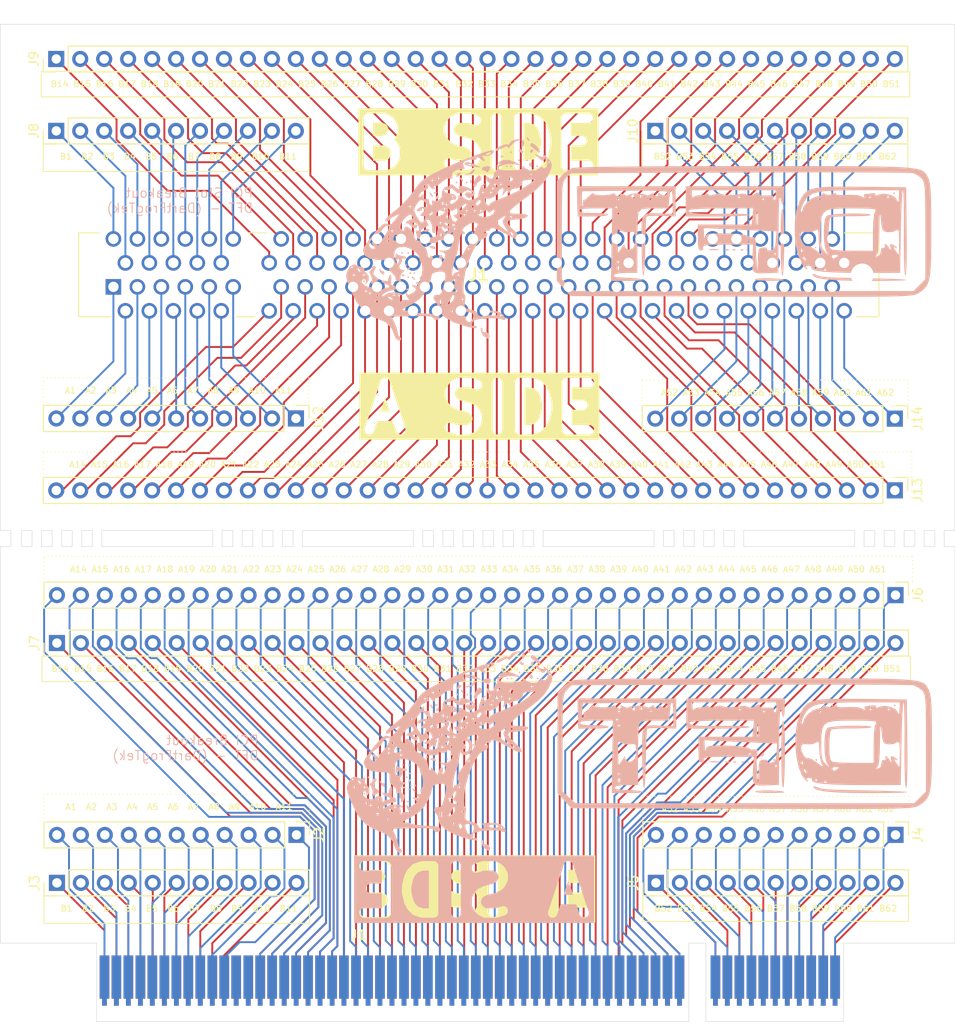
<source format=kicad_pcb>
(kicad_pcb (version 20241229) (generator "pcbnew") (generator_version "9.0")
  (layers (0 "F.Cu" signal) (2 "B.Cu" signal) (13 "F.Paste" user) (15 "B.Paste" user) (5 "F.SilkS" user "F.Silkscreen") (7 "B.SilkS" user "B.Silkscreen") (1 "F.Mask" user) (3 "B.Mask" user) (25 "Edge.Cuts" user))
  (net 0 "")
  (net 1 "Net-(J5-Pin_8)")
  (net 2 "Net-(J1-TDO)")
  (net 3 "Net-(J7-Pin_21)")
  (net 4 "Net-(J1-AD[01])")
  (net 5 "Net-(J1-~{C{slash}BE#[0]})")
  (net 6 "Net-(J1-C{slash}BE#[3])")
  (net 7 "Net-(J6-Pin_2)")
  (net 8 "Net-(J1-~{PERR#})")
  (net 9 "Net-(J7-Pin_4)")
  (net 10 "Net-(J1-~{FRAME#})")
  (net 11 "Net-(J5-Pin_6)")
  (net 12 "Net-(J4-Pin_10)")
  (net 13 "Net-(J3-Pin_5)")
  (net 14 "Net-(J6-Pin_20)")
  (net 15 "Net-(J1-~{REQ#})")
  (net 16 "Net-(J1-AD[28])")
  (net 17 "Net-(J6-Pin_9)")
  (net 18 "Net-(J1-AD[17])")
  (net 19 "Net-(J1-~{ACK64#})")
  (net 20 "Net-(J1-AD[16])")
  (net 21 "Net-(J1-AD[20])")
  (net 22 "Net-(J1-+12V)")
  (net 23 "Net-(J1-~{INTA#})")
  (net 24 "Net-(J2-Pin_1)")
  (net 25 "Net-(J6-Pin_15)")
  (net 26 "Net-(J1-~{LOCK#})")
  (net 27 "Net-(J1-AD[22])")
  (net 28 "Net-(J1-AD[03])")
  (net 29 "Net-(J1-IDSEL)")
  (net 30 "Net-(J6-Pin_11)")
  (net 31 "Net-(J1-AD[23])")
  (net 32 "Net-(J1-AD[29])")
  (net 33 "Net-(J3-Pin_3)")
  (net 34 "Net-(J1-AD[14])")
  (net 35 "Net-(J1-AD[07])")
  (net 36 "Net-(J5-Pin_3)")
  (net 37 "Net-(J1-AD[13])")
  (net 38 "Net-(J2-Pin_3)")
  (net 39 "Net-(J1-AD[06])")
  (net 40 "Net-(J7-Pin_30)")
  (net 41 "Net-(J1-~{IRDY#})")
  (net 42 "Net-(J1-AD[15])")
  (net 43 "Net-(J1-AD[10])")
  (net 44 "Net-(J7-Pin_6)")
  (net 45 "Net-(J1-PAR)")
  (net 46 "Net-(J1-AD[27])")
  (net 47 "Net-(J1-M66EN)")
  (net 48 "Net-(J1-~{PRSNT1#})")
  (net 49 "Net-(J1-AD[09])")
  (net 50 "Net-(J1-AD[11])")
  (net 51 "Net-(J1-~{INTC#})")
  (net 52 "Net-(J1-AD[25])")
  (net 53 "Net-(J1-~{SERR#})")
  (net 54 "Net-(J2-Pin_2)")
  (net 55 "Net-(J1-~{C{slash}BE#[2]})")
  (net 56 "Net-(J1-AD[04])")
  (net 57 "Net-(J7-Pin_18)")
  (net 58 "Net-(J7-Pin_15)")
  (net 59 "Net-(J1--12V)")
  (net 60 "Net-(J7-Pin_23)")
  (net 61 "Net-(J1-AD[24])")
  (net 62 "Net-(J1-AD[31])")
  (net 63 "Net-(J1-AD[05])")
  (net 64 "Net-(J7-Pin_28)")
  (net 65 "Net-(J7-Pin_9)")
  (net 66 "Net-(J1-~{RST#})")
  (net 67 "Net-(J1-~{REQ64#})")
  (net 68 "Net-(J6-Pin_23)")
  (net 69 "Net-(J6-Pin_8)")
  (net 70 "Net-(J6-Pin_26)")
  (net 71 "Net-(J6-Pin_5)")
  (net 72 "Net-(J1-~{TRDY#})")
  (net 73 "Net-(J6-Pin_10)")
  (net 74 "Net-(J1-~{INTD#})")
  (net 75 "Net-(J7-Pin_25)")
  (net 76 "Net-(J1-AD[26])")
  (net 77 "Net-(J2-Pin_4)")
  (net 78 "Net-(J1-~{STOP#})")
  (net 79 "Net-(J3-Pin_10)")
  (net 80 "Net-(J4-Pin_7)")
  (net 81 "Net-(J1-AD[02])")
  (net 82 "Net-(J2-Pin_7)")
  (net 83 "Net-(J7-Pin_1)")
  (net 84 "Net-(J1-~{GNT#})")
  (net 85 "Net-(J1-~{INTB#})")
  (net 86 "Net-(J1-TMS)")
  (net 87 "Net-(J1-~{TRST#})")
  (net 88 "Net-(J1-~{PRSNT2#})")
  (net 89 "Net-(J1-TDI)")
  (net 90 "Net-(J4-Pin_1)")
  (net 91 "Net-(J6-Pin_32)")
  (net 92 "Net-(J1-AD[18])")
  (net 93 "Net-(J7-Pin_2)")
  (net 94 "Net-(J1-CLK)")
  (net 95 "Net-(J1-~{C{slash}BE#[1]})")
  (net 96 "Net-(J4-Pin_4)")
  (net 97 "Net-(J5-Pin_11)")
  (net 98 "Net-(J1-AD[19])")
  (net 99 "Net-(J6-Pin_13)")
  (net 100 "Net-(J1-~{DEVSEL#})")
  (net 101 "Net-(J7-Pin_12)")
  (net 102 "Net-(J1-3.3VAUX)")
  (net 103 "Net-(J1-TCK)")
  (net 104 "Net-(J1-PME#)")
  (net 105 "Net-(J6-Pin_17)")
  (net 106 "Net-(J6-Pin_29)")
  (net 107 "Net-(J4-Pin_2)")
  (net 108 "Net-(J1-AD[30])")
  (net 109 "Net-(J7-Pin_33)")
  (net 110 "Net-(J6-Pin_34)")
  (net 111 "Net-(J3-Pin_6)")
  (net 112 "Net-(J1-AD[12])")
  (net 113 "Net-(J1-AD[21])")
  (net 114 "Net-(J5-Pin_10)")
  (net 115 "Net-(J1-AD[08])")
  (net 116 "Net-(J1-AD[00])")
  (footprint "Connector_PinHeader_2.54mm:PinHeader_1x11_P2.54mm_Vertical" (layer "F.Cu") (at 104.82 46.68 90)
    (property "Reference" "J8")
    (property "Value" "Conn_01x11_Pin")
  )
  (footprint "Connector_PinHeader_2.54mm:PinHeader_1x11_P2.54mm_Vertical" (layer "F.Cu") (at 193.72 77.16 -90)
    (property "Reference" "J14")
    (property "Value" "Conn_01x11_Pin")
  )
  (footprint "Connector_PCBEdge:BUS_PCI" (layer "F.Cu") (at 148.66 137.64)
    (property "Reference" "J1")
    (property "Value" "Bus_PCI_32bit_Universal")
  )
  (footprint "Connector_PinHeader_2.54mm:PinHeader_1x11_P2.54mm_Vertical" (layer "F.Cu") (at 168.39 126.33 90)
    (property "Reference" "J5")
    (property "Value" "Conn_01x11_Pin")
  )
  (footprint "Connector_PinHeader_2.54mm:PinHeader_1x11_P2.54mm_Vertical" (layer "F.Cu") (at 168.32 46.68 90)
    (property "Reference" "J10")
    (property "Value" "Conn_01x11_Pin")
  )
  (footprint "Connector_PinHeader_2.54mm:PinHeader_1x36_P2.54mm_Vertical" (layer "F.Cu") (at 104.89 100.93 90)
    (property "Reference" "J7")
    (property "Value" "Conn_01x36_Pin")
  )
  (footprint "Connector_PinHeader_2.54mm:PinHeader_1x11_P2.54mm_Vertical" (layer "F.Cu") (at 193.79 121.25 -90)
    (property "Reference" "J4")
    (property "Value" "Conn_01x11_Pin")
  )
  (footprint "Connector_PinHeader_2.54mm:PinHeader_1x36_P2.54mm_Vertical" (layer "F.Cu") (at 193.79 95.85 -90)
    (property "Reference" "J6")
    (property "Value" "Conn_01x36_Pin")
  )
  (footprint "Connector_PinHeader_2.54mm:PinHeader_1x36_P2.54mm_Vertical" (layer "F.Cu") (at 104.82 39.06 90)
    (property "Reference" "J9")
    (property "Value" "Conn_01x36_Pin")
  )
  (footprint "PCI_Slot:51451541" (layer "F.Cu") (at 110.88 63.2)
    (property "Reference" "J1")
    (property "Value" "Bus_PCI_32bit_Universal_Slot" (hide yes))
  )
  (footprint "Connector_PinHeader_2.54mm:PinHeader_1x11_P2.54mm_Vertical" (layer "F.Cu") (at 130.29 121.25 -90)
    (property "Reference" "J2")
    (property "Value" "Conn_01x11_Pin")
  )
  (footprint "Connector_PinHeader_2.54mm:PinHeader_1x36_P2.54mm_Vertical" (layer "F.Cu") (at 193.72 84.76 -90)
    (property "Reference" "J13")
    (property "Value" "Conn_01x36_Pin")
  )
  (footprint "Connector_PinHeader_2.54mm:PinHeader_1x11_P2.54mm_Vertical" (layer "F.Cu") (at 104.89 126.33 90)
    (property "Reference" "J3")
    (property "Value" "Conn_01x11_Pin")
  )
  (footprint "Connector_PinHeader_2.54mm:PinHeader_1x11_P2.54mm_Vertical" (layer "F.Cu") (at 130.23 77.14 -90)
    (property "Reference" "J12")
    (property "Value" "Conn_01x11_Pin")
  )
  (footprint "DFT:DFT_SS_Small" (layer "B.Cu") (at 146.51 57.69 180)
    (property "Reference" "G***" (hide yes))
    (property "Value" "LOGO" (hide yes))
  )
  (footprint "DFT:DFT_SS_Small" (layer "B.Cu") (at 146.58 111.94 180)
    (property "Reference" "G***")
    (property "Value" "LOGO" (hide yes))
  )
  (footprint "DFT:DFT_Logo_Small" (layer "B.Cu") (at 177.739999 57.664862 180)
    (property "Reference" "G***" (hide yes))
    (property "Value" "LOGO" (hide yes))
  )
  (footprint "DFT:DFT_Logo_Small" (layer "B.Cu") (at 177.809999 111.914862 180)
    (property "Reference" "G***" (hide yes))
    (property "Value" "LOGO" (hide yes))
  )
  (gr_line (start 102.255 90.71) (end 102.255 89) (stroke (width 0.05)) (layer "Edge.Cuts"))
  (gr_line (start 100.01 90.71) (end 98.89 90.71) (stroke (width 0.05)) (layer "Edge.Cuts"))
  (gr_line (start 126.659998 90.709996) (end 127.789998 90.709995) (stroke (width 0.05)) (layer "Edge.Cuts"))
  (gr_line (start 128.789998 88.999995) (end 128.789998 90.709996) (stroke (width 0.05)) (layer "Edge.Cuts"))
  (gr_line (start 169.189999 88.999998) (end 170.31 88.999998) (stroke (width 0.05)) (layer "Edge.Cuts"))
  (gr_line (start 130.919998 88.999999) (end 130.919998 90.71) (stroke (width 0.05)) (layer "Edge.Cuts"))
  (gr_line (start 142.684996 90.709994) (end 142.684996 88.999994) (stroke (width 0.05)) (layer "Edge.Cuts"))
  (gr_line (start 124.529998 90.709996) (end 125.659998 90.709995) (stroke (width 0.05)) (layer "Edge.Cuts"))
  (gr_line (start 156.43 90.71) (end 168.194998 90.709999) (stroke (width 0.05)) (layer "Edge.Cuts"))
  (gr_line (start 122.399998 88.999995) (end 122.399998 90.709996) (stroke (width 0.05)) (layer "Edge.Cuts"))
  (gr_line (start 126.659998 88.999995) (end 126.659998 90.709996) (stroke (width 0.05)) (layer "Edge.Cuts"))
  (gr_line (start 171.319999 90.709999) (end 172.449999 90.709998) (stroke (width 0.05)) (layer "Edge.Cuts"))
  (gr_line (start 192.59 89) (end 193.72 89) (stroke (width 0.05)) (layer "Edge.Cuts"))
  (gr_line (start 101.125 90.71) (end 102.255 90.709999) (stroke (width 0.05)) (layer "Edge.Cuts"))
  (gr_line (start 147.929999 88.999997) (end 147.929999 90.709998) (stroke (width 0.05)) (layer "Edge.Cuts"))
  (gr_line (start 173.69 132.71) (end 171.89 132.71) (stroke (width 0.05)) (layer "Edge.Cuts"))
  (gr_line (start 98.88 89) (end 98.88 35.4) (stroke (width 0.05)) (layer "Edge.Cuts"))
  (gr_line (start 108.645 90.71) (end 108.645 89) (stroke (width 0.05)) (layer "Edge.Cuts"))
  (gr_line (start 143.669999 88.999996) (end 144.799999 88.999996) (stroke (width 0.05)) (layer "Edge.Cuts"))
  (gr_line (start 194.71 89) (end 195.84 89) (stroke (width 0.05)) (layer "Edge.Cuts"))
  (gr_line (start 130.919998 90.71) (end 142.684996 90.709999) (stroke (width 0.05)) (layer "Edge.Cuts"))
  (gr_line (start 122.399998 88.999995) (end 123.529998 88.999995) (stroke (width 0.05)) (layer "Edge.Cuts"))
  (gr_line (start 150.049999 88.999997) (end 150.049999 90.709998) (stroke (width 0.05)) (layer "Edge.Cuts"))
  (gr_line (start 169.189999 90.709999) (end 170.319999 90.709998) (stroke (width 0.05)) (layer "Edge.Cuts"))
  (gr_line (start 121.409998 90.709995) (end 121.409998 88.999995) (stroke (width 0.05)) (layer "Edge.Cuts"))
  (gr_line (start 106.515 90.709999) (end 106.515 88.999999) (stroke (width 0.05)) (layer "Edge.Cuts"))
  (gr_line (start 188.29 141.01) (end 173.69 141.01) (stroke (width 0.05)) (layer "Edge.Cuts"))
  (gr_line (start 190.46 89) (end 190.46 90.710001) (stroke (width 0.05)) (layer "Edge.Cuts"))
  (gr_line (start 152.169999 90.709998) (end 153.299999 90.709997) (stroke (width 0.05)) (layer "Edge.Cuts"))
  (gr_line (start 107.515 88.999999) (end 108.645 88.999999) (stroke (width 0.05)) (layer "Edge.Cuts"))
  (gr_line (start 200.08 89) (end 200.08 35.4) (stroke (width 0.05)) (layer "Edge.Cuts"))
  (gr_line (start 105.385 88.999999) (end 105.385 90.71) (stroke (width 0.05)) (layer "Edge.Cuts"))
  (gr_line (start 122.399998 90.709996) (end 123.529998 90.709995) (stroke (width 0.05)) (layer "Edge.Cuts"))
  (gr_line (start 150.049999 90.709998) (end 151.179999 90.709997) (stroke (width 0.05)) (layer "Edge.Cuts"))
  (gr_line (start 125.659998 90.709995) (end 125.659998 88.999995) (stroke (width 0.05)) (layer "Edge.Cuts"))
  (gr_line (start 175.579999 88.999999) (end 176.709999 88.999999) (stroke (width 0.05)) (layer "Edge.Cuts"))
  (gr_line (start 192.59 89) (end 192.59 90.710001) (stroke (width 0.05)) (layer "Edge.Cuts"))
  (gr_line (start 126.659998 88.999995) (end 127.789998 88.999995) (stroke (width 0.05)) (layer "Edge.Cuts"))
  (gr_line (start 174.579999 90.709999) (end 174.579999 88.999999) (stroke (width 0.05)) (layer "Edge.Cuts"))
  (gr_line (start 143.669999 90.709997) (end 144.799999 90.709996) (stroke (width 0.05)) (layer "Edge.Cuts"))
  (gr_line (start 109.09 141.01) (end 109.09 132.71) (stroke (width 0.05)) (layer "Edge.Cuts"))
  (gr_line (start 189.89 132.71) (end 200.09 132.71) (stroke (width 0.05)) (layer "Edge.Cuts"))
  (gr_line (start 198.96 89) (end 198.96 90.710001) (stroke (width 0.05)) (layer "Edge.Cuts"))
  (gr_line (start 189.46 90.699995) (end 189.46 88.989995) (stroke (width 0.05)) (layer "Edge.Cuts"))
  (gr_line (start 127.789998 90.709995) (end 127.789998 88.999995) (stroke (width 0.05)) (layer "Edge.Cuts"))
  (gr_line (start 101.125 88.999999) (end 102.255 88.999999) (stroke (width 0.05)) (layer "Edge.Cuts"))
  (gr_line (start 198.96 89) (end 200.080001 89) (stroke (width 0.05)) (layer "Edge.Cuts"))
  (gr_line (start 173.449999 88.999998) (end 173.449999 90.709999) (stroke (width 0.05)) (layer "Edge.Cuts"))
  (gr_line (start 191.59 90.71) (end 191.59 89) (stroke (width 0.05)) (layer "Edge.Cuts"))
  (gr_line (start 145.799999 88.999997) (end 146.929999 88.999997) (stroke (width 0.05)) (layer "Edge.Cuts"))
  (gr_line (start 145.799999 90.709998) (end 146.929999 90.709997) (stroke (width 0.05)) (layer "Edge.Cuts"))
  (gr_line (start 149.059999 90.709997) (end 149.059999 88.999997) (stroke (width 0.05)) (layer "Edge.Cuts"))
  (gr_line (start 173.69 141.01) (end 173.69 132.71) (stroke (width 0.05)) (layer "Edge.Cuts"))
  (gr_line (start 168.194998 90.709994) (end 168.194998 88.999994) (stroke (width 0.05)) (layer "Edge.Cuts"))
  (gr_line (start 124.529998 88.999995) (end 125.649999 88.999995) (stroke (width 0.05)) (layer "Edge.Cuts"))
  (gr_line (start 153.299999 90.709997) (end 153.299999 88.999997) (stroke (width 0.05)) (layer "Edge.Cuts"))
  (gr_line (start 154.299999 90.709998) (end 155.429999 90.709997) (stroke (width 0.05)) (layer "Edge.Cuts"))
  (gr_line (start 173.449999 88.999998) (end 174.579999 88.999998) (stroke (width 0.05)) (layer "Edge.Cuts"))
  (gr_line (start 154.299999 88.999997) (end 155.42 88.999997) (stroke (width 0.05)) (layer "Edge.Cuts"))
  (gr_line (start 156.43 88.999999) (end 168.194998 88.999994) (stroke (width 0.05)) (layer "Edge.Cuts"))
  (gr_line (start 105.385 88.999999) (end 106.515 88.999999) (stroke (width 0.05)) (layer "Edge.Cuts"))
  (gr_line (start 170.319999 90.709998) (end 170.319999 88.999998) (stroke (width 0.05)) (layer "Edge.Cuts"))
  (gr_line (start 103.255 89) (end 104.385 89) (stroke (width 0.05)) (layer "Edge.Cuts"))
  (gr_line (start 198.96 90.710001) (end 200.09 90.71) (stroke (width 0.05)) (layer "Edge.Cuts"))
  (gr_line (start 190.46 90.710001) (end 191.59 90.71) (stroke (width 0.05)) (layer "Edge.Cuts"))
  (gr_line (start 104.385 90.709999) (end 104.385 88.999999) (stroke (width 0.05)) (layer "Edge.Cuts"))
  (gr_line (start 144.799999 90.709997) (end 144.799999 88.999997) (stroke (width 0.05)) (layer "Edge.Cuts"))
  (gr_line (start 98.89 132.71) (end 98.89 90.71) (stroke (width 0.05)) (layer "Edge.Cuts"))
  (gr_line (start 152.169999 88.999997) (end 153.299999 88.999997) (stroke (width 0.05)) (layer "Edge.Cuts"))
  (gr_line (start 197.96 90.71) (end 197.96 89) (stroke (width 0.05)) (layer "Edge.Cuts"))
  (gr_line (start 177.695002 90.700001) (end 189.46 90.7) (stroke (width 0.05)) (layer "Edge.Cuts"))
  (gr_line (start 177.695002 88.99) (end 177.695002 90.700001) (stroke (width 0.05)) (layer "Edge.Cuts"))
  (gr_line (start 175.579999 90.71) (end 176.709999 90.709999) (stroke (width 0.05)) (layer "Edge.Cuts"))
  (gr_line (start 155.429999 90.709997) (end 155.429999 88.999997) (stroke (width 0.05)) (layer "Edge.Cuts"))
  (gr_line (start 176.71 89) (end 176.71 90.71) (stroke (width 0.05)) (layer "Edge.Cuts"))
  (gr_line (start 150.049999 88.999997) (end 151.179999 88.999997) (stroke (width 0.05)) (layer "Edge.Cuts"))
  (gr_line (start 196.83 90.710001) (end 197.96 90.71) (stroke (width 0.05)) (layer "Edge.Cuts"))
  (gr_line (start 129.919998 90.709996) (end 129.919998 88.999996) (stroke (width 0.05)) (layer "Edge.Cuts"))
  (gr_line (start 103.255 90.710001) (end 104.385 90.71) (stroke (width 0.05)) (layer "Edge.Cuts"))
  (gr_line (start 190.46 89) (end 191.59 89) (stroke (width 0.05)) (layer "Edge.Cuts"))
  (gr_line (start 196.83 89) (end 197.96 89) (stroke (width 0.05)) (layer "Edge.Cuts"))
  (gr_line (start 151.179999 90.709997) (end 151.179999 88.999997) (stroke (width 0.05)) (layer "Edge.Cuts"))
  (gr_line (start 100.01 90.71) (end 100.01 89) (stroke (width 0.05)) (layer "Edge.Cuts"))
  (gr_line (start 189.89 132.71) (end 188.29 132.71) (stroke (width 0.05)) (layer "Edge.Cuts"))
  (gr_line (start 145.799999 88.999997) (end 145.799999 90.709998) (stroke (width 0.05)) (layer "Edge.Cuts"))
  (gr_line (start 152.169999 88.999997) (end 152.169999 90.709998) (stroke (width 0.05)) (layer "Edge.Cuts"))
  (gr_line (start 171.89 132.71) (end 171.89 141.01) (stroke (width 0.05)) (layer "Edge.Cuts"))
  (gr_line (start 147.929999 90.709998) (end 149.059999 90.709997) (stroke (width 0.05)) (layer "Edge.Cuts"))
  (gr_line (start 193.72 90.71) (end 193.72 89) (stroke (width 0.05)) (layer "Edge.Cuts"))
  (gr_line (start 171.319999 88.999998) (end 172.449999 88.999998) (stroke (width 0.05)) (layer "Edge.Cuts"))
  (gr_line (start 128.789998 90.709996) (end 129.919998 90.709995) (stroke (width 0.05)) (layer "Edge.Cuts"))
  (gr_line (start 173.449999 90.709999) (end 174.579999 90.709998) (stroke (width 0.05)) (layer "Edge.Cuts"))
  (gr_line (start 124.529998 88.999995) (end 124.529998 90.709996) (stroke (width 0.05)) (layer "Edge.Cuts"))
  (gr_line (start 128.789998 88.999995) (end 129.919998 88.999995) (stroke (width 0.05)) (layer "Edge.Cuts"))
  (gr_line (start 156.43 88.999999) (end 156.43 90.71) (stroke (width 0.05)) (layer "Edge.Cuts"))
  (gr_line (start 196.83 89) (end 196.83 90.710001) (stroke (width 0.05)) (layer "Edge.Cuts"))
  (gr_line (start 188.29 132.71) (end 188.29 141.01) (stroke (width 0.05)) (layer "Edge.Cuts"))
  (gr_line (start 175.579999 88.999999) (end 175.579999 90.71) (stroke (width 0.05)) (layer "Edge.Cuts"))
  (gr_line (start 171.319999 88.999998) (end 171.319999 90.709999) (stroke (width 0.05)) (layer "Edge.Cuts"))
  (gr_line (start 192.59 90.710001) (end 193.72 90.71) (stroke (width 0.05)) (layer "Edge.Cuts"))
  (gr_line (start 147.929999 88.999997) (end 149.059999 88.999997) (stroke (width 0.05)) (layer "Edge.Cuts"))
  (gr_line (start 109.09 132.71) (end 98.89 132.71) (stroke (width 0.05)) (layer "Edge.Cuts"))
  (gr_line (start 200.08 35.4) (end 98.88 35.4) (stroke (width 0.05)) (layer "Edge.Cuts"))
  (gr_line (start 109.645 90.710001) (end 121.409998 90.71) (stroke (width 0.05)) (layer "Edge.Cuts"))
  (gr_line (start 103.255 89) (end 103.255 90.710001) (stroke (width 0.05)) (layer "Edge.Cuts"))
  (gr_line (start 177.695002 88.99) (end 189.46 88.989995) (stroke (width 0.05)) (layer "Edge.Cuts"))
  (gr_line (start 130.919998 88.999999) (end 142.684996 88.999994) (stroke (width 0.05)) (layer "Edge.Cuts"))
  (gr_line (start 154.299999 88.999997) (end 154.299999 90.709998) (stroke (width 0.05)) (layer "Edge.Cuts"))
  (gr_line (start 194.71 89) (end 194.71 90.710001) (stroke (width 0.05)) (layer "Edge.Cuts"))
  (gr_line (start 107.515 88.999999) (end 107.515 90.71) (stroke (width 0.05)) (layer "Edge.Cuts"))
  (gr_line (start 172.449999 90.709998) (end 172.449999 88.999998) (stroke (width 0.05)) (layer "Edge.Cuts"))
  (gr_line (start 169.189999 88.999998) (end 169.189999 90.709999) (stroke (width 0.05)) (layer "Edge.Cuts"))
  (gr_line (start 109.645 89) (end 121.409998 88.999995) (stroke (width 0.05)) (layer "Edge.Cuts"))
  (gr_line (start 143.669999 88.999996) (end 143.669999 90.709997) (stroke (width 0.05)) (layer "Edge.Cuts"))
  (gr_line (start 100.01 89) (end 98.88 89) (stroke (width 0.05)) (layer "Edge.Cuts"))
  (gr_line (start 109.645 89) (end 109.645 90.710001) (stroke (width 0.05)) (layer "Edge.Cuts"))
  (gr_line (start 171.89 141.01) (end 109.09 141.01) (stroke (width 0.05)) (layer "Edge.Cuts"))
  (gr_line (start 107.515 90.71) (end 108.645 90.709999) (stroke (width 0.05)) (layer "Edge.Cuts"))
  (gr_line (start 200.09 132.71) (end 200.09 90.71) (stroke (width 0.05)) (layer "Edge.Cuts"))
  (gr_line (start 105.385 90.71) (end 106.515 90.709999) (stroke (width 0.05)) (layer "Edge.Cuts"))
  (gr_line (start 195.84 90.71) (end 195.84 89) (stroke (width 0.05)) (layer "Edge.Cuts"))
  (gr_line (start 194.71 90.710001) (end 195.84 90.71) (stroke (width 0.05)) (layer "Edge.Cuts"))
  (gr_line (start 101.125 88.999999) (end 101.125 90.71) (stroke (width 0.05)) (layer "Edge.Cuts"))
  (gr_line (start 146.929999 90.709997) (end 146.929999 88.999997) (stroke (width 0.05)) (layer "Edge.Cuts"))
  (gr_line (start 123.529998 90.709995) (end 123.529998 88.999995) (stroke (width 0.05)) (layer "Edge.Cuts"))
  (gr_text "B SIDE" (at 136.06 51 0) (layer "F.SilkS" knockout) (effects (font (size 5 5) (thickness 1) (bold yes)) (justify left bottom)))
  (gr_text "B SIDE" (at 135.74 130.12 0) (layer "F.SilkS" knockout) (effects (font (size 5 5) (thickness 1) (bold yes)) (justify left bottom)))
  (gr_text "A SIDE" (at 136.88 79 -0) (layer "F.SilkS" knockout) (effects (font (size 5 5) (thickness 1) (bold yes)) (justify left bottom)))
  (gr_text "PCI Breakout\nDFT - (DartFrogTek)" (at 126.35 113.43 -0) (layer "B.SilkS") (effects (font (size 1 1) (thickness 0.1)) (justify left bottom mirror)))
  (gr_text "A SIDE" (at 161.91 130.19 0) (layer "B.SilkS" knockout) (effects (font (size 5 5) (thickness 1) (bold yes)) (justify left bottom mirror)))
  (gr_text "PCI Slot Breakout\nDFT - (DartFrogTek)" (at 125.74 55.45 0) (layer "B.SilkS") (effects (font (size 1 1) (thickness 0.1)) (justify left bottom mirror)))
  (gr_text_box " A52 A53 A54 A55 A56 A57 A58 A59 A60 A61 A62" (start 166.95 73.07) (end 195.11 75.77) (margins 1.0025 1.0025 1.0025 1.0025) (layer "F.SilkS") (effects (font (size 0.65 0.65) (thickness 0.1)) (justify top)) (border yes) (stroke (width 0.1) (type dot)))
  (gr_text_box "B14 B15 B16 B17 B18 B19 B20 B21 B22 B23 B24 B25 B26 B27 B28 B29 B30 B31 B32 B33 B34 B35 B36 B37 B38 B39 B40 B41 B42 B43 B44 B45 B46 B47 B48 B49 B50 B51" (start 103.23 40.38) (end 195.31 43.08) (margins 1.0025 1.0025 1.0025 1.0025) (layer "F.SilkS") (effects (font (size 0.65 0.65) (thickness 0.1)) (justify top)) (border yes) (stroke (width 0.1)))
  (gr_text_box " B1  B2  B3  B4  B5  B6  B7  B8  B9  B10  B11" (start 103.44 48.06) (end 131.6 50.98) (margins 1.0025 1.0025 1.0025 1.0025) (layer "F.SilkS") (effects (font (size 0.65 0.65) (thickness 0.1)) (justify top)) (border yes) (stroke (width 0.1)))
  (gr_text_box "A14 A15 A16 A17 A18 A19 A20 A21 A22 A23 A24 A25 A26 A27 A28 A29 A30 A31 A32 A33 A34 A35 A36 A37 A38 A39 A40 A41 A42 A43 A44 A45 A46 A47 A48 A49 A50 A51" (start 103.51 91.77) (end 195.59 94.47) (margins 1.0025 1.0025 1.0025 1.0025) (layer "F.SilkS") (effects (font (size 0.65 0.65) (thickness 0.1)) (justify top)) (border yes) (stroke (width 0.1) (type dot)))
  (gr_text_box "A14 A15 A16 A17 A18 A19 A20 A21 A22 A23 A24 A25 A26 A27 A28 A29 A30 A31 A32 A33 A34 A35 A36 A37 A38 A39 A40 A41 A42 A43 A44 A45 A46 A47 A48 A49 A50 A51" (start 103.44 80.68) (end 195.52 83.38) (margins 1.0025 1.0025 1.0025 1.0025) (layer "F.SilkS") (effects (font (size 0.65 0.65) (thickness 0.1)) (justify top)) (border yes) (stroke (width 0.1) (type dot)))
  (gr_text_box " A1  A2  A3  A4  A5  A6  A7  A8  A9  A10  A11" (start 103.44 72.84) (end 131.6 75.76) (margins 1.0025 1.0025 1.0025 1.0025) (layer "F.SilkS") (effects (font (size 0.65 0.65) (thickness 0.1)) (justify top)) (border yes) (stroke (width 0.1) (type dot)))
  (gr_text_box " B1  B2  B3  B4  B5  B6  B7  B8  B9  B10  B11" (start 103.51 127.71) (end 131.67 130.63) (margins 1.0025 1.0025 1.0025 1.0025) (layer "F.SilkS") (effects (font (size 0.65 0.65) (thickness 0.1)) (justify top)) (border yes) (stroke (width 0.1)))
  (gr_text_box " A1  A2  A3  A4  A5  A6  A7  A8  A9  A10  A11" (start 103.5 116.95) (end 131.66 119.87) (margins 1.0025 1.0025 1.0025 1.0025) (layer "F.SilkS") (effects (font (size 0.65 0.65) (thickness 0.1)) (justify top)) (border yes) (stroke (width 0.1) (type dot)))
  (gr_text_box " A52 A53 A54 A55 A56 A57 A58 A59 A60 A61 A62" (start 167.02 117.16) (end 195.18 119.86) (margins 1.0025 1.0025 1.0025 1.0025) (layer "F.SilkS") (effects (font (size 0.65 0.65) (thickness 0.1)) (justify top)) (border yes) (stroke (width 0.1) (type dot)))
  (gr_text_box "B52 B53 B54 B55 B56 B57 B58 B59 B60 B61 B62" (start 166.94 48.06) (end 195.1 50.76) (margins 1.0025 1.0025 1.0025 1.0025) (layer "F.SilkS") (effects (font (size 0.65 0.65) (thickness 0.1)) (justify top)) (border yes) (stroke (width 0.1)))
  (gr_text_box "B14 B15 B16 B17 B18 B19 B20 B21 B22 B23 B24 B25 B26 B27 B28 B29 B30 B31 B32 B33 B34 B35 B36 B37 B38 B39 B40 B41 B42 B43 B44 B45 B46 B47 B48 B49 B50 B51" (start 103.3 102.31) (end 195.38 105.01) (margins 1.0025 1.0025 1.0025 1.0025) (layer "F.SilkS") (effects (font (size 0.65 0.65) (thickness 0.1)) (justify top)) (border yes) (stroke (width 0.1)))
  (gr_text_box "B52 B53 B54 B55 B56 B57 B58 B59 B60 B61 B62" (start 167.01 127.71) (end 195.17 130.41) (margins 1.0025 1.0025 1.0025 1.0025) (layer "F.SilkS") (effects (font (size 0.65 0.65) (thickness 0.1)) (justify top)) (border yes) (stroke (width 0.1)))
  (segment (start 183.59 138.97) (end 183.59 136.31) (width 0.2) (layer "F.Cu") (net 1))
  (segment (start 183.59 136.31) (end 183.59 128.91) (width 0.2) (layer "F.Cu") (net 1))
  (segment (start 183.59 128.91) (end 186.17 126.33) (width 0.2) (layer "F.Cu") (net 1))
  (segment (start 184.545 58.12) (end 184.545 48.235) (width 0.2) (layer "B.Cu") (net 1))
  (segment (start 184.545 48.235) (end 186.1 46.68) (width 0.2) (layer "B.Cu") (net 1))
  (segment (start 113.74 127.56) (end 113.74 136.31) (width 0.2) (layer "F.Cu") (net 2))
  (segment (start 113.74 138.97) (end 113.74 136.31) (width 0.2) (layer "F.Cu") (net 2))
  (segment (start 112.51 126.33) (end 113.74 127.56) (width 0.2) (layer "F.Cu") (net 2))
  (segment (start 114.69 48.93) (end 114.69 60.66) (width 0.2) (layer "B.Cu") (net 2))
  (segment (start 112.44 46.68) (end 114.69 48.93) (width 0.2) (layer "B.Cu") (net 2))
  (segment (start 151.84 138.97) (end 151.84 136.31) (width 0.2) (layer "F.Cu") (net 3))
  (segment (start 151.84 136.31) (end 151.84 104.78) (width 0.2) (layer "F.Cu") (net 3))
  (segment (start 151.84 104.78) (end 155.69 100.93) (width 0.2) (layer "F.Cu") (net 3))
  (segment (start 155.62 39.06) (end 152.795 41.885) (width 0.2) (layer "F.Cu") (net 3))
  (segment (start 152.795 41.885) (end 152.795 60.66) (width 0.2) (layer "F.Cu") (net 3))
  (segment (start 183.63 126.33) (end 182.32 127.64) (width 0.2) (layer "F.Cu") (net 4))
  (segment (start 182.32 138.97) (end 182.32 136.31) (width 0.2) (layer "F.Cu") (net 4))
  (segment (start 182.32 127.64) (end 182.32 136.31) (width 0.2) (layer "F.Cu") (net 4))
  (segment (start 183.275 60.66) (end 183.275 46.965) (width 0.2) (layer "B.Cu") (net 4))
  (segment (start 183.275 46.965) (end 183.56 46.68) (width 0.2) (layer "B.Cu") (net 4))
  (segment (start 174.7 138.97) (end 174.7 136.31) (width 0.2) (layer "B.Cu") (net 5))
  (segment (start 175.655 69.825) (end 175.655 65.74) (width 0.2) (layer "B.Cu") (net 5))
  (segment (start 170.925 128.86) (end 168.52 128.86) (width 0.2) (layer "B.Cu") (net 5))
  (segment (start 167.06 127.4) (end 167.06 122.58) (width 0.2) (layer "B.Cu") (net 5))
  (segment (start 168.32 77.16) (end 175.655 69.825) (width 0.2) (layer "B.Cu") (net 5))
  (segment (start 167.06 122.58) (end 168.39 121.25) (width 0.2) (layer "B.Cu") (net 5))
  (segment (start 168.52 128.86) (end 167.06 127.4) (width 0.2) (layer "B.Cu") (net 5))
  (segment (start 174.7 136.31) (end 174.7 132.635) (width 0.2) (layer "B.Cu") (net 5))
  (segment (start 174.7 132.635) (end 170.925 128.86) (width 0.2) (layer "B.Cu") (net 5))
  (segment (start 141.68 136.31) (end 141.68 107.24) (width 0.2) (layer "F.Cu") (net 6))
  (segment (start 135.3 39.06) (end 142.635 46.395) (width 0.2) (layer "F.Cu") (net 6))
  (segment (start 141.68 138.97) (end 141.68 136.31) (width 0.2) (layer "F.Cu") (net 6))
  (segment (start 142.635 46.395) (end 142.635 60.66) (width 0.2) (layer "F.Cu") (net 6))
  (segment (start 141.68 107.24) (end 135.37 100.93) (width 0.2) (layer "F.Cu") (net 6))
  (segment (start 176.74 68.03) (end 172.54 68.03) (width 0.2) (layer "F.Cu") (net 7))
  (segment (start 184.83 78.41) (end 184.83 76.12) (width 0.2) (layer "F.Cu") (net 7))
  (segment (start 191.18 84.76) (end 184.83 78.41) (width 0.2) (layer "F.Cu") (net 7))
  (segment (start 172.54 68.03) (end 170.575 66.065) (width 0.2) (layer "F.Cu") (net 7))
  (segment (start 184.83 76.12) (end 176.74 68.03) (width 0.2) (layer "F.Cu") (net 7))
  (segment (start 170.575 66.065) (end 170.575 65.74) (width 0.2) (layer "F.Cu") (net 7))
  (segment (start 168.3771 118.52) (end 172.9 118.52) (width 0.2) (layer "B.Cu") (net 7))
  (segment (start 189.96 97.14) (end 191.25 95.85) (width 0.2) (layer "B.Cu") (net 7))
  (segment (start 169.62 133.84) (end 165.641 129.861) (width 0.2) (layer "B.Cu") (net 7))
  (segment (start 165.641 121.2561) (end 168.3771 118.52) (width 0.2) (layer "B.Cu") (net 7))
  (segment (start 169.62 136.31) (end 169.62 133.84) (width 0.2) (layer "B.Cu") (net 7))
  (segment (start 169.62 138.97) (end 169.62 136.31) (width 0.2) (layer "B.Cu") (net 7))
  (segment (start 172.9 118.52) (end 189.96 101.46) (width 0.2) (layer "B.Cu") (net 7))
  (segment (start 165.641 129.861) (end 165.641 121.2561) (width 0.2) (layer "B.Cu") (net 7))
  (segment (start 189.96 101.46) (end 189.96 97.14) (width 0.2) (layer "B.Cu") (net 7))
  (segment (start 160.415 49.505) (end 170.86 39.06) (width 0.2) (layer "F.Cu") (net 8))
  (segment (start 159.46 138.97) (end 159.46 136.31) (width 0.2) (layer "F.Cu") (net 8))
  (segment (start 159.46 112.4) (end 170.93 100.93) (width 0.2) (layer "F.Cu") (net 8))
  (segment (start 160.415 60.66) (end 160.415 49.505) (width 0.2) (layer "F.Cu") (net 8))
  (segment (start 159.46 136.31) (end 159.46 112.4) (width 0.2) (layer "F.Cu") (net 8))
  (segment (start 118.79 47.46) (end 120.37 49.04) (width 0.2) (layer "F.Cu") (net 9))
  (segment (start 118.79 45.41) (end 118.79 47.46) (width 0.2) (layer "F.Cu") (net 9))
  (segment (start 122.81 49.04) (end 131.205 57.435) (width 0.2) (layer "F.Cu") (net 9))
  (segment (start 131.15 118.107) (end 133.423 120.38) (width 0.2) (layer "F.Cu") (net 9))
  (segment (start 130.25 138.97) (end 130.25 136.31) (width 0.2) (layer "F.Cu") (net 9))
  (segment (start 129.687 118.107) (end 131.15 118.107) (width 0.2) (layer "F.Cu") (net 9))
  (segment (start 131.205 57.435) (end 131.205 58.12) (width 0.2) (layer "F.Cu") (net 9))
  (segment (start 112.44 39.06) (end 118.79 45.41) (width 0.2) (layer "F.Cu") (net 9))
  (segment (start 120.37 49.04) (end 122.81 49.04) (width 0.2) (layer "F.Cu") (net 9))
  (segment (start 130.25 133.76) (end 130.25 136.31) (width 0.2) (layer "F.Cu") (net 9))
  (segment (start 133.423 120.38) (end 133.423 130.587) (width 0.2) (layer "F.Cu") (net 9))
  (segment (start 133.423 130.587) (end 130.25 133.76) (width 0.2) (layer "F.Cu") (net 9))
  (segment (start 112.51 100.93) (end 129.687 118.107) (width 0.2) (layer "F.Cu") (net 9))
  (segment (start 152.795 81.935) (end 152.795 65.74) (width 0.2) (layer "F.Cu") (net 10))
  (segment (start 155.62 84.76) (end 152.795 81.935) (width 0.2) (layer "F.Cu") (net 10))
  (segment (start 151.84 133.02) (end 151.84 136.31) (width 0.2) (layer "B.Cu") (net 10))
  (segment (start 154.48 97.06) (end 154.48 101.58) (width 0.2) (layer "B.Cu") (net 10))
  (segment (start 154.48 101.58) (end 151.3 104.76) (width 0.2) (layer "B.Cu") (net 10))
  (segment (start 155.69 95.85) (end 154.48 97.06) (width 0.2) (layer "B.Cu") (net 10))
  (segment (start 151.3 104.76) (end 151.3 132.48) (width 0.2) (layer "B.Cu") (net 10))
  (segment (start 151.84 136.31) (end 151.84 138.97) (width 0.2) (layer "B.Cu") (net 10))
  (segment (start 151.3 132.48) (end 151.84 133.02) (width 0.2) (layer "B.Cu") (net 10))
  (segment (start 181.09 126.33) (end 181.09 136.27) (width 0.2) (layer "F.Cu") (net 11))
  (segment (start 181.05 138.97) (end 181.05 136.31) (width 0.2) (layer "F.Cu") (net 11))
  (segment (start 181.09 136.27) (end 181.05 136.31) (width 0.2) (layer "F.Cu") (net 11))
  (segment (start 181.02 46.68) (end 182.005 47.665) (width 0.2) (layer "B.Cu") (net 11))
  (segment (start 182.005 47.665) (end 182.005 58.12) (width 0.2) (layer "B.Cu") (net 11))
  (segment (start 170.86 77.16) (end 176.925 71.095) (width 0.2) (layer "B.Cu") (net 12))
  (segment (start 169.64 122.54) (end 170.93 121.25) (width 0.2) (layer "B.Cu") (net 12))
  (segment (start 175.97 136.31) (end 175.97 133.16) (width 0.2) (layer "B.Cu") (net 12))
  (segment (start 176.925 71.095) (end 176.925 63.2) (width 0.2) (layer "B.Cu") (net 12))
  (segment (start 175.97 133.16) (end 169.64 126.83) (width 0.2) (layer "B.Cu") (net 12))
  (segment (start 169.64 126.83) (end 169.64 122.54) (width 0.2) (layer "B.Cu") (net 12))
  (segment (start 175.97 138.97) (end 175.97 136.31) (width 0.2) (layer "B.Cu") (net 12))
  (segment (start 115.01 136.31) (end 115.01 138.97) (width 0.2) (layer "F.Cu") (net 13))
  (segment (start 115.05 126.33) (end 115.05 136.27) (width 0.2) (layer "F.Cu") (net 13))
  (segment (start 115.05 136.27) (end 115.01 136.31) (width 0.2) (layer "F.Cu") (net 13))
  (segment (start 115.96 47.66) (end 115.96 58.12) (width 0.2) (layer "B.Cu") (net 13))
  (segment (start 114.98 46.68) (end 115.96 47.66) (width 0.2) (layer "B.Cu") (net 13))
  (segment (start 145.46 84.76) (end 147.715 82.505) (width 0.2) (layer "F.Cu") (net 14))
  (segment (start 147.715 82.505) (end 147.715 65.74) (width 0.2) (layer "F.Cu") (net 14))
  (segment (start 146.12 105.1) (end 146.12 132.5) (width 0.2) (layer "B.Cu") (net 14))
  (segment (start 146.12 132.5) (end 146.76 133.14) (width 0.2) (layer "B.Cu") (net 14))
  (segment (start 144.25 103.23) (end 146.12 105.1) (width 0.2) (layer "B.Cu") (net 14))
  (segment (start 144.25 97.13) (end 144.25 103.23) (width 0.2) (layer "B.Cu") (net 14))
  (segment (start 146.76 138.97) (end 146.76 136.31) (width 0.2) (layer "B.Cu") (net 14))
  (segment (start 145.53 95.85) (end 144.25 97.13) (width 0.2) (layer "B.Cu") (net 14))
  (segment (start 146.76 133.14) (end 146.76 136.31) (width 0.2) (layer "B.Cu") (net 14))
  (segment (start 121.33 45.41) (end 121.33 47.48) (width 0.2) (layer "F.Cu") (net 15))
  (segment (start 132.475 57.499645) (end 132.475 60.66) (width 0.2) (layer "F.Cu") (net 15))
  (segment (start 123.005355 48.03) (end 132.475 57.499645) (width 0.2) (layer "F.Cu") (net 15))
  (segment (start 121.88 48.03) (end 123.005355 48.03) (width 0.2) (layer "F.Cu") (net 15))
  (segment (start 131.52 138.97) (end 131.52 136.31) (width 0.2) (layer "F.Cu") (net 15))
  (segment (start 131.52 133.65) (end 131.52 136.31) (width 0.2) (layer "F.Cu") (net 15))
  (segment (start 114.98 39.06) (end 121.33 45.41) (width 0.2) (layer "F.Cu") (net 15))
  (segment (start 121.33 47.48) (end 121.88 48.03) (width 0.2) (layer "F.Cu") (net 15))
  (segment (start 115.05 100.93) (end 133.824 119.704) (width 0.2) (layer "F.Cu") (net 15))
  (segment (start 133.824 131.346) (end 131.52 133.65) (width 0.2) (layer "F.Cu") (net 15))
  (segment (start 133.824 119.704) (end 133.824 131.346) (width 0.2) (layer "F.Cu") (net 15))
  (segment (start 127.84 83.44) (end 137.555 73.725) (width 0.2) (layer "F.Cu") (net 16))
  (segment (start 125.14 84.76) (end 126.46 83.44) (width 0.2) (layer "F.Cu") (net 16))
  (segment (start 137.555 73.725) (end 137.555 65.74) (width 0.2) (layer "F.Cu") (net 16))
  (segment (start 126.46 83.44) (end 127.84 83.44) (width 0.2) (layer "F.Cu") (net 16))
  (segment (start 123.92 103.39) (end 123.92 97.14) (width 0.2) (layer "B.Cu") (net 16))
  (segment (start 123.92 97.14) (end 125.21 95.85) (width 0.2) (layer "B.Cu") (net 16))
  (segment (start 136.6 136.31) (end 136.6 133.12) (width 0.2) (layer "B.Cu") (net 16))
  (segment (start 136.6 138.97) (end 136.6 136.31) (width 0.2) (layer "B.Cu") (net 16))
  (segment (start 135.98 132.5) (end 135.98 115.45) (width 0.2) (layer "B.Cu") (net 16))
  (segment (start 136.6 133.12) (end 135.98 132.5) (width 0.2) (layer "B.Cu") (net 16))
  (segment (start 135.98 115.45) (end 123.92 103.39) (width 0.2) (layer "B.Cu") (net 16))
  (segment (start 161.685 73.045) (end 161.685 63.2) (width 0.2) (layer "F.Cu") (net 17))
  (segment (start 173.4 84.76) (end 161.685 73.045) (width 0.2) (layer "F.Cu") (net 17))
  (segment (start 160.16 132.5) (end 160.73 133.07) (width 0.2) (layer "B.Cu") (net 17))
  (segment (start 160.73 133.07) (end 160.73 136.31) (width 0.2) (layer "B.Cu") (net 17))
  (segment (start 173.47 95.85) (end 172.1985 97.1215) (width 0.2) (layer "B.Cu") (net 17))
  (segment (start 172.1985 101.4115) (end 160.16 113.45) (width 0.2) (layer "B.Cu") (net 17))
  (segment (start 172.1985 97.1215) (end 172.1985 101.4115) (width 0.2) (layer "B.Cu") (net 17))
  (segment (start 160.73 138.97) (end 160.73 136.31) (width 0.2) (layer "B.Cu") (net 17))
  (segment (start 160.16 113.45) (end 160.16 132.5) (width 0.2) (layer "B.Cu") (net 17))
  (segment (start 150.255 39.345) (end 150.255 60.66) (width 0.2) (layer "F.Cu") (net 18))
  (segment (start 149.3 102.24) (end 150.61 100.93) (width 0.2) (layer "F.Cu") (net 18))
  (segment (start 149.3 136.31) (end 149.3 102.24) (width 0.2) (layer "F.Cu") (net 18))
  (segment (start 149.3 138.97) (end 149.3 136.31) (width 0.2) (layer "F.Cu") (net 18))
  (segment (start 150.54 39.06) (end 150.255 39.345) (width 0.2) (layer "F.Cu") (net 18))
  (segment (start 188.71 126.33) (end 184.86 130.18) (width 0.2) (layer "F.Cu") (net 19))
  (segment (start 184.86 138.97) (end 184.86 136.31) (width 0.2) (layer "F.Cu") (net 19))
  (segment (start 184.86 130.18) (end 184.86 136.31) (width 0.2) (layer "F.Cu") (net 19))
  (segment (start 185.815 49.505) (end 185.815 60.66) (width 0.2) (layer "B.Cu") (net 19))
  (segment (start 188.64 46.68) (end 185.815 49.505) (width 0.2) (layer "B.Cu") (net 19))
  (segment (start 150.54 66.025) (end 150.255 65.74) (width 0.2) (layer "F.Cu") (net 20))
  (segment (start 150.54 84.76) (end 150.54 66.025) (width 0.2) (layer "F.Cu") (net 20))
  (segment (start 149.3 136.31) (end 149.3 138.97) (width 0.2) (layer "B.Cu") (net 20))
  (segment (start 149.3 133.02) (end 149.3 136.31) (width 0.2) (layer "B.Cu") (net 20))
  (segment (start 149.221 100.45324) (end 149.221 101.40676) (width 0.2) (layer "B.Cu") (net 20))
  (segment (start 148.76 99.99224) (end 149.221 100.45324) (width 0.2) (layer "B.Cu") (net 20))
  (segment (start 148.76 101.86776) (end 148.76 132.48) (width 0.2) (layer "B.Cu") (net 20))
  (segment (start 150.61 95.85) (end 148.76 97.7) (width 0.2) (layer "B.Cu") (net 20))
  (segment (start 149.221 101.40676) (end 148.76 101.86776) (width 0.2) (layer "B.Cu") (net 20))
  (segment (start 148.76 97.7) (end 148.76 99.99224) (width 0.2) (layer "B.Cu") (net 20))
  (segment (start 148.76 132.48) (end 149.3 133.02) (width 0.2) (layer "B.Cu") (net 20))
  (segment (start 146.445 81.235) (end 146.445 63.2) (width 0.2) (layer "F.Cu") (net 21))
  (segment (start 142.92 84.76) (end 146.445 81.235) (width 0.2) (layer "F.Cu") (net 21))
  (segment (start 144.86 132.47) (end 144.86 106.62) (width 0.2) (layer "B.Cu") (net 21))
  (segment (start 145.49 133.1) (end 144.86 132.47) (width 0.2) (layer "B.Cu") (net 21))
  (segment (start 144.86 106.62) (end 141.71 103.47) (width 0.2) (layer "B.Cu") (net 21))
  (segment (start 145.49 136.31) (end 145.49 133.1) (width 0.2) (layer "B.Cu") (net 21))
  (segment (start 141.71 103.47) (end 141.71 97.13) (width 0.2) (layer "B.Cu") (net 21))
  (segment (start 141.71 97.13) (end 142.99 95.85) (width 0.2) (layer "B.Cu") (net 21))
  (segment (start 145.49 138.97) (end 145.49 136.31) (width 0.2) (layer "B.Cu") (net 21))
  (segment (start 111.2 136.31) (end 111.2 129.47) (width 0.2) (layer "B.Cu") (net 22))
  (segment (start 108.72 126.99) (end 108.72 122.54) (width 0.2) (layer "B.Cu") (net 22))
  (segment (start 111.2 129.47) (end 108.72 126.99) (width 0.2) (layer "B.Cu") (net 22))
  (segment (start 112.15 65.74) (end 112.15 72.36) (width 0.2) (layer "B.Cu") (net 22))
  (segment (start 111.2 138.97) (end 111.2 136.31) (width 0.2) (layer "B.Cu") (net 22))
  (segment (start 112.15 72.36) (end 107.37 77.14) (width 0.2) (layer "B.Cu") (net 22))
  (segment (start 108.72 122.54) (end 107.43 121.25) (width 0.2) (layer "B.Cu") (net 22))
  (segment (start 116.28 138.97) (end 116.28 136.31) (width 0.2) (layer "B.Cu") (net 23))
  (segment (start 118.86 126.96) (end 118.86 122.52) (width 0.2) (layer "B.Cu") (net 23))
  (segment (start 116.28 136.31) (end 116.28 129.54) (width 0.2) (layer "B.Cu") (net 23))
  (segment (start 117.53 77.14) (end 117.53 66.04) (width 0.2) (layer "B.Cu") (net 23))
  (segment (start 117.53 66.04) (end 117.23 65.74) (width 0.2) (layer "B.Cu") (net 23))
  (segment (start 118.86 122.52) (end 117.59 121.25) (width 0.2) (layer "B.Cu") (net 23))
  (segment (start 116.28 129.54) (end 118.86 126.96) (width 0.2) (layer "B.Cu") (net 23))
  (segment (start 131.61 126.92) (end 131.61 122.57) (width 0.2) (layer "B.Cu") (net 24))
  (segment (start 130.23 77.14) (end 123.58 70.49) (width 0.2) (layer "B.Cu") (net 24))
  (segment (start 122.63 134.24) (end 124.26 132.61) (width 0.2) (layer "B.Cu") (net 24))
  (segment (start 131.61 122.57) (end 130.29 121.25) (width 0.2) (layer "B.Cu") (net 24))
  (segment (start 122.63 136.31) (end 122.63 134.24) (width 0.2) (layer "B.Cu") (net 24))
  (segment (start 124.26 132.61) (end 125.92 132.61) (width 0.2) (layer "B.Cu") (net 24))
  (segment (start 123.58 70.49) (end 123.58 63.2) (width 0.2) (layer "B.Cu") (net 24))
  (segment (start 122.63 138.97) (end 122.63 136.31) (width 0.2) (layer "B.Cu") (net 24))
  (segment (start 125.92 132.61) (end 131.61 126.92) (width 0.2) (layer "B.Cu") (net 24))
  (segment (start 158.16 84.76) (end 154.065 80.665) (width 0.2) (layer "F.Cu") (net 25))
  (segment (start 154.065 80.665) (end 154.065 63.2) (width 0.2) (layer "F.Cu") (net 25))
  (segment (start 158.23 95.85) (end 156.96 97.12) (width 0.2) (layer "B.Cu") (net 25))
  (segment (start 153.1 133.07) (end 153.11 133.08) (width 0.2) (layer "B.Cu") (net 25))
  (segment (start 153.11 138.97) (end 153.11 136.31) (width 0.2) (layer "B.Cu") (net 25))
  (segment (start 153.11 133.08) (end 153.11 136.31) (width 0.2) (layer "B.Cu") (net 25))
  (segment (start 156.96 101.58) (end 152.51 106.03) (width 0.2) (layer "B.Cu") (net 25))
  (segment (start 152.51 106.03) (end 152.51 132.48) (width 0.2) (layer "B.Cu") (net 25))
  (segment (start 152.51 132.48) (end 153.1 133.07) (width 0.2) (layer "B.Cu") (net 25))
  (segment (start 156.96 97.12) (end 156.96 101.58) (width 0.2) (layer "B.Cu") (net 25))
  (segment (start 158.19 138.97) (end 158.19 136.31) (width 0.2) (layer "F.Cu") (net 26))
  (segment (start 168.32 39.06) (end 159.145 48.235) (width 0.2) (layer "F.Cu") (net 26))
  (segment (start 159.145 48.235) (end 159.145 58.12) (width 0.2) (layer "F.Cu") (net 26))
  (segment (start 168.39 100.93) (end 158.19 111.13) (width 0.2) (layer "F.Cu") (net 26))
  (segment (start 158.19 111.13) (end 158.19 136.31) (width 0.2) (layer "F.Cu") (net 26))
  (segment (start 140.38 84.76) (end 145.175 79.965) (width 0.2) (layer "F.Cu") (net 27))
  (segment (start 145.175 79.965) (end 145.175 65.74) (width 0.2) (layer "F.Cu") (net 27))
  (segment (start 144.22 138.97) (end 144.22 136.31) (width 0.2) (layer "B.Cu") (net 27))
  (segment (start 144.22 136.31) (end 144.22 133.08) (width 0.2) (layer "B.Cu") (net 27))
  (segment (start 139.17 97.13) (end 140.45 95.85) (width 0.2) (layer "B.Cu") (net 27))
  (segment (start 143.62 107.98) (end 139.17 103.53) (width 0.2) (layer "B.Cu") (net 27))
  (segment (start 143.62 132.48) (end 143.62 107.98) (width 0.2) (layer "B.Cu") (net 27))
  (segment (start 144.22 133.08) (end 143.62 132.48) (width 0.2) (layer "B.Cu") (net 27))
  (segment (start 139.17 103.53) (end 139.17 97.13) (width 0.2) (layer "B.Cu") (net 27))
  (segment (start 179.78 136.31) (end 179.78 127.56) (width 0.2) (layer "F.Cu") (net 28))
  (segment (start 179.78 138.97) (end 179.78 136.31) (width 0.2) (layer "F.Cu") (net 28))
  (segment (start 179.78 127.56) (end 178.55 126.33) (width 0.2) (layer "F.Cu") (net 28))
  (segment (start 180.735 48.935) (end 178.48 46.68) (width 0.2) (layer "B.Cu") (net 28))
  (segment (start 180.735 60.66) (end 180.735 48.935) (width 0.2) (layer "B.Cu") (net 28))
  (segment (start 135.3 84.76) (end 142.635 77.425) (width 0.2) (layer "F.Cu") (net 29))
  (segment (start 142.635 77.425) (end 142.635 65.74) (width 0.2) (layer "F.Cu") (net 29))
  (segment (start 141.09 132.48) (end 141.09 110.5) (width 0.2) (layer "B.Cu") (net 29))
  (segment (start 134.09 97.13) (end 135.37 95.85) (width 0.2) (layer "B.Cu") (net 29))
  (segment (start 141.09 110.5) (end 134.09 103.5) (width 0.2) (layer "B.Cu") (net 29))
  (segment (start 141.68 138.97) (end 141.68 136.31) (width 0.2) (layer "B.Cu") (net 29))
  (segment (start 134.09 103.5) (end 134.09 97.13) (width 0.2) (layer "B.Cu") (net 29))
  (segment (start 141.68 136.31) (end 141.68 133.07) (width 0.2) (layer "B.Cu") (net 29))
  (segment (start 141.68 133.07) (end 141.09 132.48) (width 0.2) (layer "B.Cu") (net 29))
  (segment (start 159.145 75.585) (end 159.145 63.2) (width 0.2) (layer "F.Cu") (net 30))
  (segment (start 168.32 84.76) (end 159.145 75.585) (width 0.2) (layer "F.Cu") (net 30))
  (segment (start 167.12 97.12) (end 167.12 101.33) (width 0.2) (layer "B.Cu") (net 30))
  (segment (start 157.58 132.47) (end 158.19 133.08) (width 0.2) (layer "B.Cu") (net 30))
  (segment (start 168.39 95.85) (end 167.12 97.12) (width 0.2) (layer "B.Cu") (net 30))
  (segment (start 158.19 138.97) (end 158.19 136.31) (width 0.2) (layer "B.Cu") (net 30))
  (segment (start 157.58 110.87) (end 157.58 132.47) (width 0.2) (layer "B.Cu") (net 30))
  (segment (start 158.19 133.08) (end 158.19 136.31) (width 0.2) (layer "B.Cu") (net 30))
  (segment (start 167.12 101.33) (end 157.58 110.87) (width 0.2) (layer "B.Cu") (net 30))
  (segment (start 137.91 100.93) (end 142.95 105.97) (width 0.2) (layer "F.Cu") (net 31))
  (segment (start 142.95 138.97) (end 142.95 136.31) (width 0.2) (layer "F.Cu") (net 31))
  (segment (start 137.84 39.06) (end 143.905 45.125) (width 0.2) (layer "F.Cu") (net 31))
  (segment (start 142.95 105.97) (end 142.95 136.31) (width 0.2) (layer "F.Cu") (net 31))
  (segment (start 143.905 45.125) (end 143.905 58.12) (width 0.2) (layer "F.Cu") (net 31))
  (segment (start 128.95 49.79) (end 136.285 57.125) (width 0.2) (layer "F.Cu") (net 32))
  (segment (start 122.67 100.93) (end 135.32 113.58) (width 0.2) (layer "F.Cu") (net 32))
  (segment (start 128.95 45.41) (end 128.95 49.79) (width 0.2) (layer "F.Cu") (net 32))
  (segment (start 122.6 39.06) (end 128.95 45.41) (width 0.2) (layer "F.Cu") (net 32))
  (segment (start 135.32 113.58) (end 135.32 136.31) (width 0.2) (layer "F.Cu") (net 32))
  (segment (start 135.32 138.97) (end 135.32 136.31) (width 0.2) (layer "F.Cu") (net 32))
  (segment (start 136.285 57.125) (end 136.285 58.12) (width 0.2) (layer "F.Cu") (net 32))
  (segment (start 112.46 128.82) (end 112.46 136.31) (width 0.2) (layer "F.Cu") (net 33))
  (segment (start 109.97 126.33) (end 112.46 128.82) (width 0.2) (layer "F.Cu") (net 33))
  (segment (start 112.46 138.97) (end 112.46 136.31) (width 0.2) (layer "F.Cu") (net 33))
  (segment (start 113.42 50.2) (end 113.42 58.12) (width 0.2) (layer "B.Cu") (net 33))
  (segment (start 109.9 46.68) (end 113.42 50.2) (width 0.2) (layer "B.Cu") (net 33))
  (segment (start 164.836 119.724) (end 164.836 132.786) (width 0.2) (layer "F.Cu") (net 34))
  (segment (start 164.836 132.786) (end 165.81 133.76) (width 0.2) (layer "F.Cu") (net 34))
  (segment (start 177.21 47.41) (end 166.765 57.855) (width 0.2) (layer "F.Cu") (net 34))
  (segment (start 183.63 100.93) (end 164.836 119.724) (width 0.2) (layer "F.Cu") (net 34))
  (segment (start 177.21 45.41) (end 177.21 47.41) (width 0.2) (layer "F.Cu") (net 34))
  (segment (start 165.81 138.97) (end 165.81 136.31) (width 0.2) (layer "F.Cu") (net 34))
  (segment (start 166.765 57.855) (end 166.765 58.12) (width 0.2) (layer "F.Cu") (net 34))
  (segment (start 165.81 133.76) (end 165.81 136.31) (width 0.2) (layer "F.Cu") (net 34))
  (segment (start 183.56 39.06) (end 177.21 45.41) (width 0.2) (layer "F.Cu") (net 34))
  (segment (start 175.97 138.97) (end 175.97 136.31) (width 0.2) (layer "F.Cu") (net 35))
  (segment (start 175.97 131.37) (end 170.93 126.33) (width 0.2) (layer "F.Cu") (net 35))
  (segment (start 175.97 136.31) (end 175.97 131.37) (width 0.2) (layer "F.Cu") (net 35))
  (segment (start 176.925 58.12) (end 176.925 52.745) (width 0.2) (layer "B.Cu") (net 35))
  (segment (start 176.925 52.745) (end 170.86 46.68) (width 0.2) (layer "B.Cu") (net 35))
  (segment (start 177.24 130.1) (end 177.24 136.31) (width 0.2) (layer "F.Cu") (net 36))
  (segment (start 173.47 126.33) (end 177.24 130.1) (width 0.2) (layer "F.Cu") (net 36))
  (segment (start 177.24 138.97) (end 177.24 136.31) (width 0.2) (layer "F.Cu") (net 36))
  (segment (start 178.195 60.66) (end 178.195 51.475) (width 0.2) (layer "B.Cu") (net 36))
  (segment (start 178.195 51.475) (end 173.4 46.68) (width 0.2) (layer "B.Cu") (net 36))
  (segment (start 168.035 66.085) (end 168.035 65.74) (width 0.2) (layer "F.Cu") (net 37))
  (segment (start 173.27 69.74) (end 171.69 69.74) (width 0.2) (layer "F.Cu") (net 37))
  (segment (start 171.69 69.74) (end 168.035 66.085) (width 0.2) (layer "F.Cu") (net 37))
  (segment (start 179.77 76.24) (end 173.27 69.74) (width 0.2) (layer "F.Cu") (net 37))
  (segment (start 186.1 84.76) (end 179.77 78.43) (width 0.2) (layer "F.Cu") (net 37))
  (segment (start 179.77 78.43) (end 179.77 76.24) (width 0.2) (layer "F.Cu") (net 37))
  (segment (start 184.8293 101.5007) (end 169.45 116.88) (width 0.2) (layer "B.Cu") (net 37))
  (segment (start 167.08 133.76) (end 167.08 136.31) (width 0.2) (layer "B.Cu") (net 37))
  (segment (start 186.17 95.85) (end 184.8293 97.1907) (width 0.2) (layer "B.Cu") (net 37))
  (segment (start 168.61 116.88) (end 164.83 120.66) (width 0.2) (layer "B.Cu") (net 37))
  (segment (start 164.83 120.66) (end 164.83 131.51) (width 0.2) (layer "B.Cu") (net 37))
  (segment (start 167.08 138.97) (end 167.08 136.31) (width 0.2) (layer "B.Cu") (net 37))
  (segment (start 184.8293 97.1907) (end 184.8293 101.5007) (width 0.2) (layer "B.Cu") (net 37))
  (segment (start 164.83 131.51) (end 167.08 133.76) (width 0.2) (layer "B.Cu") (net 37))
  (segment (start 169.45 116.88) (end 168.61 116.88) (width 0.2) (layer "B.Cu") (net 37))
  (segment (start 120.09 138.97) (end 120.09 136.31) (width 0.2) (layer "B.Cu") (net 38))
  (segment (start 121.04 73.03) (end 121.04 63.2) (width 0.2) (layer "B.Cu") (net 38))
  (segment (start 126.49 126.84) (end 126.49 122.53) (width 0.2) (layer "B.Cu") (net 38))
  (segment (start 125.15 77.14) (end 121.04 73.03) (width 0.2) (layer "B.Cu") (net 38))
  (segment (start 120.09 133.24) (end 126.49 126.84) (width 0.2) (layer "B.Cu") (net 38))
  (segment (start 120.09 136.31) (end 120.09 133.24) (width 0.2) (layer "B.Cu") (net 38))
  (segment (start 126.49 122.53) (end 125.21 121.25) (width 0.2) (layer "B.Cu") (net 38))
  (segment (start 177.24 138.97) (end 177.24 136.31) (width 0.2) (layer "B.Cu") (net 39))
  (segment (start 172.19 126.98) (end 172.19 122.53) (width 0.2) (layer "B.Cu") (net 39))
  (segment (start 172.19 122.53) (end 173.47 121.25) (width 0.2) (layer "B.Cu") (net 39))
  (segment (start 177.24 132.03) (end 172.19 126.98) (width 0.2) (layer "B.Cu") (net 39))
  (segment (start 178.195 72.365) (end 178.195 65.74) (width 0.2) (layer "B.Cu") (net 39))
  (segment (start 173.4 77.16) (end 178.195 72.365) (width 0.2) (layer "B.Cu") (net 39))
  (segment (start 177.24 136.31) (end 177.24 132.03) (width 0.2) (layer "B.Cu") (net 39))
  (segment (start 163.27 138.97) (end 163.27 136.31) (width 0.2) (layer "F.Cu") (net 40))
  (segment (start 172.14 49.53) (end 164.225 57.445) (width 0.2) (layer "F.Cu") (net 40))
  (segment (start 163.27 116.21) (end 163.27 136.31) (width 0.2) (layer "F.Cu") (net 40))
  (segment (start 164.225 57.445) (end 164.225 58.12) (width 0.2) (layer "F.Cu") (net 40))
  (segment (start 172.14 45.4) (end 172.14 49.53) (width 0.2) (layer "F.Cu") (net 40))
  (segment (start 178.48 39.06) (end 172.14 45.4) (width 0.2) (layer "F.Cu") (net 40))
  (segment (start 178.55 100.93) (end 163.27 116.21) (width 0.2) (layer "F.Cu") (net 40))
  (segment (start 158.16 39.06) (end 154.065 43.155) (width 0.2) (layer "F.Cu") (net 41))
  (segment (start 153.11 106.05) (end 153.11 136.31) (width 0.2) (layer "F.Cu") (net 41))
  (segment (start 158.23 100.93) (end 153.11 106.05) (width 0.2) (layer "F.Cu") (net 41))
  (segment (start 153.11 138.97) (end 153.11 136.31) (width 0.2) (layer "F.Cu") (net 41))
  (segment (start 154.065 43.155) (end 154.065 58.12) (width 0.2) (layer "F.Cu") (net 41))
  (segment (start 174.68 75.47) (end 165.495 66.285) (width 0.2) (layer "F.Cu") (net 42))
  (segment (start 165.495 66.285) (end 165.495 65.74) (width 0.2) (layer "F.Cu") (net 42))
  (segment (start 174.68 78.42) (end 174.68 75.47) (width 0.2) (layer "F.Cu") (net 42))
  (segment (start 181.02 84.76) (end 174.68 78.42) (width 0.2) (layer "F.Cu") (net 42))
  (segment (start 181.09 95.85) (end 179.8185 97.1215) (width 0.2) (layer "B.Cu") (net 42))
  (segment (start 164.54 133.08) (end 164.54 136.31) (width 0.2) (layer "B.Cu") (net 42))
  (segment (start 163.99 132.53) (end 164.54 133.08) (width 0.2) (layer "B.Cu") (net 42))
  (segment (start 163.99 117.11776) (end 163.99 132.53) (width 0.2) (layer "B.Cu") (net 42))
  (segment (start 164.54 138.97) (end 164.54 136.31) (width 0.2) (layer "B.Cu") (net 42))
  (segment (start 179.8185 97.1215) (end 179.8185 101.28926) (width 0.2) (layer "B.Cu") (net 42))
  (segment (start 179.8185 101.28926) (end 163.99 117.11776) (width 0.2) (layer "B.Cu") (net 42))
  (segment (start 173.271 118.909) (end 168.536 118.909) (width 0.2) (layer "F.Cu") (net 43))
  (segment (start 191.18 39.06) (end 184.82 45.42) (width 0.2) (layer "F.Cu") (net 43))
  (segment (start 166.039 130.244) (end 169.62 133.825) (width 0.2) (layer "F.Cu") (net 43))
  (segment (start 184.82 47.04776) (end 175.80776 56.06) (width 0.2) (layer "F.Cu") (net 43))
  (segment (start 166.039 121.406) (end 166.039 130.244) (width 0.2) (layer "F.Cu") (net 43))
  (segment (start 168.536 118.909) (end 166.039 121.406) (width 0.2) (layer "F.Cu") (net 43))
  (segment (start 171.93 56.06) (end 170.575 57.415) (width 0.2) (layer "F.Cu") (net 43))
  (segment (start 175.80776 56.06) (end 171.93 56.06) (width 0.2) (layer "F.Cu") (net 43))
  (segment (start 191.25 100.93) (end 173.271 118.909) (width 0.2) (layer "F.Cu") (net 43))
  (segment (start 169.62 138.97) (end 169.62 136.31) (width 0.2) (layer "F.Cu") (net 43))
  (segment (start 184.82 45.42) (end 184.82 47.04776) (width 0.2) (layer "F.Cu") (net 43))
  (segment (start 169.62 133.825) (end 169.62 136.31) (width 0.2) (layer "F.Cu") (net 43))
  (segment (start 170.575 57.415) (end 170.575 60.66) (width 0.2) (layer "F.Cu") (net 43))
  (segment (start 132.78 138.97) (end 132.78 136.31) (width 0.2) (layer "F.Cu") (net 44))
  (segment (start 123.87 45.41) (end 123.87 47.63) (width 0.2) (layer "F.Cu") (net 44))
  (segment (start 134.225 117.565) (end 134.225 132.185) (width 0.2) (layer "F.Cu") (net 44))
  (segment (start 133.745 57.505) (end 133.745 58.12) (width 0.2) (layer "F.Cu") (net 44))
  (segment (start 132.78 133.63) (end 132.78 136.31) (width 0.2) (layer "F.Cu") (net 44))
  (segment (start 117.52 39.06) (end 123.87 45.41) (width 0.2) (layer "F.Cu") (net 44))
  (segment (start 134.225 132.185) (end 132.78 133.63) (width 0.2) (layer "F.Cu") (net 44))
  (segment (start 117.59 100.93) (end 134.225 117.565) (width 0.2) (layer "F.Cu") (net 44))
  (segment (start 123.87 47.63) (end 133.745 57.505) (width 0.2) (layer "F.Cu") (net 44))
  (segment (start 172.15 74.35) (end 164.225 66.425) (width 0.2) (layer "F.Cu") (net 45))
  (segment (start 178.48 84.76) (end 172.15 78.43) (width 0.2) (layer "F.Cu") (net 45))
  (segment (start 172.15 78.43) (end 172.15 74.35) (width 0.2) (layer "F.Cu") (net 45))
  (segment (start 164.225 66.425) (end 164.225 63.2) (width 0.2) (layer "F.Cu") (net 45))
  (segment (start 163.27 138.97) (end 163.27 136.31) (width 0.2) (layer "B.Cu") (net 45))
  (segment (start 163.27 133.03) (end 163.27 136.31) (width 0.2) (layer "B.Cu") (net 45))
  (segment (start 177.22 97.18) (end 177.22 101.48) (width 0.2) (layer "B.Cu") (net 45))
  (segment (start 162.73 132.49) (end 163.27 133.03) (width 0.2) (layer "B.Cu") (net 45))
  (segment (start 177.22 101.48) (end 162.73 115.97) (width 0.2) (layer "B.Cu") (net 45))
  (segment (start 162.73 115.97) (end 162.73 132.49) (width 0.2) (layer "B.Cu") (net 45))
  (segment (start 178.55 95.85) (end 177.22 97.18) (width 0.2) (layer "B.Cu") (net 45))
  (segment (start 137.87 138.97) (end 137.87 136.31) (width 0.2) (layer "F.Cu") (net 46))
  (segment (start 137.87 111.05) (end 137.87 136.31) (width 0.2) (layer "F.Cu") (net 46))
  (segment (start 127.75 100.93) (end 137.87 111.05) (width 0.2) (layer "F.Cu") (net 46))
  (segment (start 138.825 50.205) (end 138.825 58.12) (width 0.2) (layer "F.Cu") (net 46))
  (segment (start 127.68 39.06) (end 138.825 50.205) (width 0.2) (layer "F.Cu") (net 46))
  (segment (start 173.205 56.76) (end 171.845 58.12) (width 0.2) (layer "F.Cu") (net 47))
  (segment (start 175.41 119.31) (end 168.702 119.31) (width 0.2) (layer "F.Cu") (net 47))
  (segment (start 170.89 138.97) (end 170.89 136.31) (width 0.2) (layer "F.Cu") (net 47))
  (segment (start 166.44 129.375) (end 170.89 133.825) (width 0.2) (layer "F.Cu") (net 47))
  (segment (start 168.702 119.31) (end 166.44 121.572) (width 0.2) (layer "F.Cu") (net 47))
  (segment (start 193.72 39.06) (end 187.4 45.38) (width 0.2) (layer "F.Cu") (net 47))
  (segment (start 166.44 121.572) (end 166.44 129.375) (width 0.2) (layer "F.Cu") (net 47))
  (segment (start 187.4 47.00776) (end 177.64776 56.76) (width 0.2) (layer "F.Cu") (net 47))
  (segment (start 177.64776 56.76) (end 173.205 56.76) (width 0.2) (layer "F.Cu") (net 47))
  (segment (start 187.4 45.38) (end 187.4 47.00776) (width 0.2) (layer "F.Cu") (net 47))
  (segment (start 170.89 133.825) (end 170.89 136.31) (width 0.2) (layer "F.Cu") (net 47))
  (segment (start 193.79 100.93) (end 175.41 119.31) (width 0.2) (layer "F.Cu") (net 47))
  (segment (start 125.21 126.33) (end 120.09 131.45) (width 0.2) (layer "F.Cu") (net 48))
  (segment (start 120.09 131.45) (end 120.09 136.31) (width 0.2) (layer "F.Cu") (net 48))
  (segment (start 120.09 138.97) (end 120.09 136.31) (width 0.2) (layer "F.Cu") (net 48))
  (segment (start 125.14 46.68) (end 121.04 50.78) (width 0.2) (layer "B.Cu") (net 48))
  (segment (start 121.04 50.78) (end 121.04 58.12) (width 0.2) (layer "B.Cu") (net 48))
  (segment (start 193.72 84.76) (end 187.37 78.41) (width 0.2) (layer "F.Cu") (net 49))
  (segment (start 172.53 63.2) (end 171.845 63.2) (width 0.2) (layer "F.Cu") (net 49))
  (segment (start 187.37 78.41) (end 187.37 76.21) (width 0.2) (layer "F.Cu") (net 49))
  (segment (start 172.76 67.16) (end 171.845 66.245) (width 0.2) (layer "F.Cu") (net 49))
  (segment (start 187.37 76.21) (end 178.32 67.16) (width 0.2) (layer "F.Cu") (net 49))
  (segment (start 171.845 66.245) (end 171.845 63.2) (width 0.2) (layer "F.Cu") (net 49))
  (segment (start 178.32 67.16) (end 172.76 67.16) (width 0.2) (layer "F.Cu") (net 49))
  (segment (start 166.042 128.982) (end 166.042 121.4222) (width 0.2) (layer "B.Cu") (net 49))
  (segment (start 170.89 136.31) (end 170.89 133.83) (width 0.2) (layer "B.Cu") (net 49))
  (segment (start 166.042 121.4222) (end 168.5432 118.921) (width 0.2) (layer "B.Cu") (net 49))
  (segment (start 192.56 101.24776) (end 192.56 97.08) (width 0.2) (layer "B.Cu") (net 49))
  (segment (start 170.89 138.97) (end 170.89 136.31) (width 0.2) (layer "B.Cu") (net 49))
  (segment (start 168.5432 118.921) (end 174.88676 118.921) (width 0.2) (layer "B.Cu") (net 49))
  (segment (start 192.56 97.08) (end 193.79 95.85) (width 0.2) (layer "B.Cu") (net 49))
  (segment (start 174.88676 118.921) (end 192.56 101.24776) (width 0.2) (layer "B.Cu") (net 49))
  (segment (start 170.89 133.83) (end 166.042 128.982) (width 0.2) (layer "B.Cu") (net 49))
  (segment (start 171.91 68.86) (end 169.305 66.255) (width 0.2) (layer "F.Cu") (net 50))
  (segment (start 175.03 68.86) (end 171.91 68.86) (width 0.2) (layer "F.Cu") (net 50))
  (segment (start 182.26 78.38) (end 182.26 76.09) (width 0.2) (layer "F.Cu") (net 50))
  (segment (start 182.26 76.09) (end 175.03 68.86) (width 0.2) (layer "F.Cu") (net 50))
  (segment (start 169.305 66.255) (end 169.305 63.2) (width 0.2) (layer "F.Cu") (net 50))
  (segment (start 188.64 84.76) (end 182.26 78.38) (width 0.2) (layer "F.Cu") (net 50))
  (segment (start 188.71 95.85) (end 187.44 97.12) (width 0.2) (layer "B.Cu") (net 50))
  (segment (start 170.9783 117.8) (end 168.53 117.8) (width 0.2) (layer "B.Cu") (net 50))
  (segment (start 168.35 138.97) (end 168.35 136.31) (width 0.2) (layer "B.Cu") (net 50))
  (segment (start 187.44 97.12) (end 187.44 101.3383) (width 0.2) (layer "B.Cu") (net 50))
  (segment (start 165.24 121.09) (end 165.24 130.73) (width 0.2) (layer "B.Cu") (net 50))
  (segment (start 187.44 101.3383) (end 170.9783 117.8) (width 0.2) (layer "B.Cu") (net 50))
  (segment (start 165.24 130.73) (end 168.35 133.84) (width 0.2) (layer "B.Cu") (net 50))
  (segment (start 168.53 117.8) (end 165.24 121.09) (width 0.2) (layer "B.Cu") (net 50))
  (segment (start 168.35 133.84) (end 168.35 136.31) (width 0.2) (layer "B.Cu") (net 50))
  (segment (start 120.07 77.14) (end 118.5 75.57) (width 0.2) (layer "B.Cu") (net 51))
  (segment (start 121.42 122.54) (end 120.13 121.25) (width 0.2) (layer "B.Cu") (net 51))
  (segment (start 117.55 136.31) (end 117.55 130.77) (width 0.2) (layer "B.Cu") (net 51))
  (segment (start 117.55 130.77) (end 121.42 126.9) (width 0.2) (layer "B.Cu") (net 51))
  (segment (start 117.55 138.97) (end 117.55 136.31) (width 0.2) (layer "B.Cu") (net 51))
  (segment (start 121.42 126.9) (end 121.42 122.54) (width 0.2) (layer "B.Cu") (net 51))
  (segment (start 118.5 75.57) (end 118.5 63.2) (width 0.2) (layer "B.Cu") (net 51))
  (segment (start 139.14 138.97) (end 139.14 136.31) (width 0.2) (layer "F.Cu") (net 52))
  (segment (start 139.14 109.78) (end 130.29 100.93) (width 0.2) (layer "F.Cu") (net 52))
  (segment (start 130.22 39.06) (end 140.095 48.935) (width 0.2) (layer "F.Cu") (net 52))
  (segment (start 140.095 48.935) (end 140.095 60.66) (width 0.2) (layer "F.Cu") (net 52))
  (segment (start 139.14 136.31) (end 139.14 109.78) (width 0.2) (layer "F.Cu") (net 52))
  (segment (start 162 114.94) (end 162 136.31) (width 0.2) (layer "F.Cu") (net 53))
  (segment (start 176.01 100.93) (end 162 114.94) (width 0.2) (layer "F.Cu") (net 53))
  (segment (start 175.94 39.06) (end 169.62 45.38) (width 0.2) (layer "F.Cu") (net 53))
  (segment (start 162.955 56.925) (end 162.955 60.66) (width 0.2) (layer "F.Cu") (net 53))
  (segment (start 162 138.97) (end 162 136.31) (width 0.2) (layer "F.Cu") (net 53))
  (segment (start 169.62 45.38) (end 169.62 50.26) (width 0.2) (layer "F.Cu") (net 53))
  (segment (start 169.62 50.26) (end 162.955 56.925) (width 0.2) (layer "F.Cu") (net 53))
  (segment (start 127.59 127.73) (end 128.2 127.73) (width 0.2) (layer "B.Cu") (net 54))
  (segment (start 129.01 122.51) (end 127.75 121.25) (width 0.2) (layer "B.Cu") (net 54))
  (segment (start 128.2 127.73) (end 129.01 126.92) (width 0.2) (layer "B.Cu") (net 54))
  (segment (start 121.36 136.31) (end 121.36 133.96) (width 0.2) (layer "B.Cu") (net 54))
  (segment (start 122.31 71.76) (end 122.31 65.74) (width 0.2) (layer "B.Cu") (net 54))
  (segment (start 121.36 138.97) (end 121.36 136.31) (width 0.2) (layer "B.Cu") (net 54))
  (segment (start 129.01 126.92) (end 129.01 122.51) (width 0.2) (layer "B.Cu") (net 54))
  (segment (start 121.36 133.96) (end 127.59 127.73) (width 0.2) (layer "B.Cu") (net 54))
  (segment (start 127.69 77.14) (end 122.31 71.76) (width 0.2) (layer "B.Cu") (net 54))
  (segment (start 150.57 138.97) (end 150.57 136.31) (width 0.2) (layer "F.Cu") (net 55))
  (segment (start 153.08 39.06) (end 151.525 40.615) (width 0.2) (layer "F.Cu") (net 55))
  (segment (start 151.525 40.615) (end 151.525 58.12) (width 0.2) (layer "F.Cu") (net 55))
  (segment (start 150.57 103.51) (end 150.57 136.31) (width 0.2) (layer "F.Cu") (net 55))
  (segment (start 153.15 100.93) (end 150.57 103.51) (width 0.2) (layer "F.Cu") (net 55))
  (segment (start 179.465 73.635) (end 179.465 63.2) (width 0.2) (layer "B.Cu") (net 56))
  (segment (start 175.94 77.16) (end 179.465 73.635) (width 0.2) (layer "B.Cu") (net 56))
  (segment (start 178.51 136.31) (end 178.51 130.76) (width 0.2) (layer "B.Cu") (net 56))
  (segment (start 174.75 127) (end 174.75 122.51) (width 0.2) (layer "B.Cu") (net 56))
  (segment (start 178.51 130.76) (end 174.75 127) (width 0.2) (layer "B.Cu") (net 56))
  (segment (start 174.75 122.51) (end 176.01 121.25) (width 0.2) (layer "B.Cu") (net 56))
  (segment (start 178.51 138.97) (end 178.51 136.31) (width 0.2) (layer "B.Cu") (net 56))
  (segment (start 148.03 136.31) (end 148.03 138.97) (width 0.2) (layer "F.Cu") (net 57))
  (segment (start 148 39.06) (end 148.985 40.045) (width 0.2) (layer "F.Cu") (net 57))
  (segment (start 148.07 100.93) (end 148.07 136.27) (width 0.2) (layer "F.Cu") (net 57))
  (segment (start 148.985 40.045) (end 148.985 58.12) (width 0.2) (layer "F.Cu") (net 57))
  (segment (start 148.07 136.27) (end 148.03 136.31) (width 0.2) (layer "F.Cu") (net 57))
  (segment (start 140.38 39.06) (end 145.175 43.855) (width 0.2) (layer "F.Cu") (net 58))
  (segment (start 144.22 136.31) (end 144.22 104.7) (width 0.2) (layer "F.Cu") (net 58))
  (segment (start 144.22 104.7) (end 140.45 100.93) (width 0.2) (layer "F.Cu") (net 58))
  (segment (start 145.175 43.855) (end 145.175 60.66) (width 0.2) (layer "F.Cu") (net 58))
  (segment (start 144.22 138.97) (end 144.22 136.31) (width 0.2) (layer "F.Cu") (net 58))
  (segment (start 104.89 126.33) (end 109.93 131.37) (width 0.2) (layer "F.Cu") (net 59))
  (segment (start 109.93 131.37) (end 109.93 136.31) (width 0.2) (layer "F.Cu") (net 59))
  (segment (start 109.93 138.97) (end 109.93 136.31) (width 0.2) (layer "F.Cu") (net 59))
  (segment (start 104.82 46.68) (end 110.88 52.74) (width 0.2) (layer "B.Cu") (net 59))
  (segment (start 110.88 52.74) (end 110.88 58.12) (width 0.2) (layer "B.Cu") (net 59))
  (segment (start 160.7 39.06) (end 155.335 44.425) (width 0.2) (layer "F.Cu") (net 60))
  (segment (start 154.38 136.31) (end 154.38 107.32) (width 0.2) (layer "F.Cu") (net 60))
  (segment (start 154.38 138.97) (end 154.38 136.31) (width 0.2) (layer "F.Cu") (net 60))
  (segment (start 155.335 44.425) (end 155.335 60.66) (width 0.2) (layer "F.Cu") (net 60))
  (segment (start 154.38 107.32) (end 160.77 100.93) (width 0.2) (layer "F.Cu") (net 60))
  (segment (start 141.365 76.155) (end 141.365 63.2) (width 0.2) (layer "F.Cu") (net 61))
  (segment (start 132.76 84.76) (end 141.365 76.155) (width 0.2) (layer "F.Cu") (net 61))
  (segment (start 139.75 111.35) (end 131.56 103.16) (width 0.2) (layer "B.Cu") (net 61))
  (segment (start 139.75 132.45) (end 139.75 111.35) (width 0.2) (layer "B.Cu") (net 61))
  (segment (start 140.41 138.97) (end 140.41 136.31) (width 0.2) (layer "B.Cu") (net 61))
  (segment (start 131.56 103.16) (end 131.56 97.12) (width 0.2) (layer "B.Cu") (net 61))
  (segment (start 131.56 97.12) (end 132.83 95.85) (width 0.2) (layer "B.Cu") (net 61))
  (segment (start 140.41 136.31) (end 140.41 133.11) (width 0.2) (layer "B.Cu") (net 61))
  (segment (start 140.41 133.11) (end 139.75 132.45) (width 0.2) (layer "B.Cu") (net 61))
  (segment (start 126.42 45.42) (end 126.42 48.67) (width 0.2) (layer "F.Cu") (net 62))
  (segment (start 135.015 57.265) (end 135.015 60.66) (width 0.2) (layer "F.Cu") (net 62))
  (segment (start 120.06 39.06) (end 126.42 45.42) (width 0.2) (layer "F.Cu") (net 62))
  (segment (start 120.13 100.93) (end 134.626 115.426) (width 0.2) (layer "F.Cu") (net 62))
  (segment (start 134.06 136.31) (end 134.06 138.97) (width 0.2) (layer "F.Cu") (net 62))
  (segment (start 134.626 133.024) (end 134.06 133.59) (width 0.2) (layer "F.Cu") (net 62))
  (segment (start 134.626 115.426) (end 134.626 133.024) (width 0.2) (layer "F.Cu") (net 62))
  (segment (start 134.06 133.59) (end 134.06 136.31) (width 0.2) (layer "F.Cu") (net 62))
  (segment (start 126.42 48.67) (end 135.015 57.265) (width 0.2) (layer "F.Cu") (net 62))
  (segment (start 176.01 126.33) (end 178.51 128.83) (width 0.2) (layer "F.Cu") (net 63))
  (segment (start 178.51 138.97) (end 178.51 136.31) (width 0.2) (layer "F.Cu") (net 63))
  (segment (start 178.51 128.83) (end 178.51 136.31) (width 0.2) (layer "F.Cu") (net 63))
  (segment (start 179.465 50.205) (end 179.465 58.12) (width 0.2) (layer "B.Cu") (net 63))
  (segment (start 175.94 46.68) (end 179.465 50.205) (width 0.2) (layer "B.Cu") (net 63))
  (segment (start 160.73 136.31) (end 160.73 113.67) (width 0.2) (layer "F.Cu") (net 64))
  (segment (start 160.73 138.97) (end 160.73 136.31) (width 0.2) (layer "F.Cu") (net 64))
  (segment (start 166.75 45.71) (end 166.75 51.37) (width 0.2) (layer "F.Cu") (net 64))
  (segment (start 166.75 51.37) (end 161.685 56.435) (width 0.2) (layer "F.Cu") (net 64))
  (segment (start 160.73 113.67) (end 173.47 100.93) (width 0.2) (layer "F.Cu") (net 64))
  (segment (start 173.4 39.06) (end 166.75 45.71) (width 0.2) (layer "F.Cu") (net 64))
  (segment (start 161.685 56.435) (end 161.685 58.12) (width 0.2) (layer "F.Cu") (net 64))
  (segment (start 131.76 51.4) (end 137.555 57.195) (width 0.2) (layer "F.Cu") (net 65))
  (segment (start 125.34 39.06) (end 131.76 45.48) (width 0.2) (layer "F.Cu") (net 65))
  (segment (start 136.6 138.97) (end 136.6 136.31) (width 0.2) (layer "F.Cu") (net 65))
  (segment (start 136.6 112.32) (end 136.6 136.31) (width 0.2) (layer "F.Cu") (net 65))
  (segment (start 125.21 100.93) (end 136.6 112.32) (width 0.2) (layer "F.Cu") (net 65))
  (segment (start 125.14 39.06) (end 125.34 39.06) (width 0.2) (layer "F.Cu") (net 65))
  (segment (start 131.76 45.48) (end 131.76 51.4) (width 0.2) (layer "F.Cu") (net 65))
  (segment (start 137.555 57.195) (end 137.555 60.66) (width 0.2) (layer "F.Cu") (net 65))
  (segment (start 116.27 77.8) (end 116.27 76.35) (width 0.2) (layer "F.Cu") (net 66))
  (segment (start 112.97 79.77) (end 114.3 79.77) (width 0.2) (layer "F.Cu") (net 66))
  (segment (start 121.9 70.72) (end 124.41 70.72) (width 0.2) (layer "F.Cu") (net 66))
  (segment (start 107.98 84.76) (end 112.97 79.77) (width 0.2) (layer "F.Cu") (net 66))
  (segment (start 128.665 66.465) (end 128.665 63.2) (width 0.2) (layer "F.Cu") (net 66))
  (segment (start 116.27 76.35) (end 121.9 70.72) (width 0.2) (layer "F.Cu") (net 66))
  (segment (start 114.3 79.77) (end 116.27 77.8) (width 0.2) (layer "F.Cu") (net 66))
  (segment (start 124.41 70.72) (end 128.665 66.465) (width 0.2) (layer "F.Cu") (net 66))
  (segment (start 107.36 84.76) (end 107.98 84.76) (width 0.2) (layer "F.Cu") (net 66))
  (segment (start 127.71 138.97) (end 127.71 136.31) (width 0.2) (layer "B.Cu") (net 66))
  (segment (start 130.812 118.902) (end 122.872 118.902) (width 0.2) (layer "B.Cu") (net 66))
  (segment (start 132.59 128.95) (end 132.59 120.68) (width 0.2) (layer "B.Cu") (net 66))
  (segment (start 122.872 118.902) (end 106.23 102.26) (width 0.2) (layer "B.Cu") (net 66))
  (segment (start 106.23 102.26) (end 106.23 97.05) (width 0.2) (layer "B.Cu") (net 66))
  (segment (start 127.71 133.83) (end 132.59 128.95) (width 0.2) (layer "B.Cu") (net 66))
  (segment (start 127.71 136.31) (end 127.71 133.83) (width 0.2) (layer "B.Cu") (net 66))
  (segment (start 132.59 120.68) (end 130.812 118.902) (width 0.2) (layer "B.Cu") (net 66))
  (segment (start 106.23 97.05) (end 107.43 95.85) (width 0.2) (layer "B.Cu") (net 66))
  (segment (start 184.86 138.97) (end 184.86 136.31) (width 0.2) (layer "B.Cu") (net 67))
  (segment (start 187.45 122.51) (end 188.71 121.25) (width 0.2) (layer "B.Cu") (net 67))
  (segment (start 184.86 129.46) (end 187.45 126.87) (width 0.2) (layer "B.Cu") (net 67))
  (segment (start 188.64 77.16) (end 185.815 74.335) (width 0.2) (layer "B.Cu") (net 67))
  (segment (start 184.86 136.31) (end 184.86 129.46) (width 0.2) (layer "B.Cu") (net 67))
  (segment (start 185.815 74.335) (end 185.815 65.74) (width 0.2) (layer "B.Cu") (net 67))
  (segment (start 187.45 126.87) (end 187.45 122.51) (width 0.2) (layer "B.Cu") (net 67))
  (segment (start 137.84 84.76) (end 143.905 78.695) (width 0.2) (layer "F.Cu") (net 68))
  (segment (start 143.905 78.695) (end 143.905 63.2) (width 0.2) (layer "F.Cu") (net 68))
  (segment (start 142.95 133.12) (end 142.31 132.48) (width 0.2) (layer "B.Cu") (net 68))
  (segment (start 136.62 103.18) (end 136.62 97.14) (width 0.2) (layer "B.Cu") (net 68))
  (segment (start 142.95 138.97) (end 142.95 136.31) (width 0.2) (layer "B.Cu") (net 68))
  (segment (start 142.31 108.87) (end 136.62 103.18) (width 0.2) (layer "B.Cu") (net 68))
  (segment (start 142.31 132.48) (end 142.31 108.87) (width 0.2) (layer "B.Cu") (net 68))
  (segment (start 136.62 97.14) (end 137.91 95.85) (width 0.2) (layer "B.Cu") (net 68))
  (segment (start 142.95 136.31) (end 142.95 133.12) (width 0.2) (layer "B.Cu") (net 68))
  (segment (start 169.59 72.95) (end 162.955 66.315) (width 0.2) (layer "F.Cu") (net 69))
  (segment (start 175.94 84.76) (end 169.59 78.41) (width 0.2) (layer "F.Cu") (net 69))
  (segment (start 162.955 66.315) (end 162.955 65.74) (width 0.2) (layer "F.Cu") (net 69))
  (segment (start 169.59 78.41) (end 169.59 72.95) (width 0.2) (layer "F.Cu") (net 69))
  (segment (start 162 136.31) (end 162 138.97) (width 0.2) (layer "B.Cu") (net 69))
  (segment (start 162 132.99) (end 162 136.31) (width 0.2) (layer "B.Cu") (net 69))
  (segment (start 161.4 114.87) (end 161.4 132.39) (width 0.2) (layer "B.Cu") (net 69))
  (segment (start 176.01 95.85) (end 174.74 97.12) (width 0.2) (layer "B.Cu") (net 69))
  (segment (start 174.74 101.53) (end 161.4 114.87) (width 0.2) (layer "B.Cu") (net 69))
  (segment (start 174.74 97.12) (end 174.74 101.53) (width 0.2) (layer "B.Cu") (net 69))
  (segment (start 161.4 132.39) (end 162 132.99) (width 0.2) (layer "B.Cu") (net 69))
  (segment (start 130.22 84.76) (end 140.095 74.885) (width 0.2) (layer "F.Cu") (net 70))
  (segment (start 140.095 74.885) (end 140.095 65.74) (width 0.2) (layer "F.Cu") (net 70))
  (segment (start 129.04 103.34) (end 129.04 97.1) (width 0.2) (layer "B.Cu") (net 70))
  (segment (start 139.14 133.16) (end 138.48 132.5) (width 0.2) (layer "B.Cu") (net 70))
  (segment (start 139.14 138.97) (end 139.14 136.31) (width 0.2) (layer "B.Cu") (net 70))
  (segment (start 139.14 136.31) (end 139.14 133.16) (width 0.2) (layer "B.Cu") (net 70))
  (segment (start 138.48 132.5) (end 138.48 112.78) (width 0.2) (layer "B.Cu") (net 70))
  (segment (start 129.04 97.1) (end 130.29 95.85) (width 0.2) (layer "B.Cu") (net 70))
  (segment (start 138.48 112.78) (end 129.04 103.34) (width 0.2) (layer "B.Cu") (net 70))
  (segment (start 177.22 76.8) (end 166.765 66.345) (width 0.2) (layer "F.Cu") (net 71))
  (segment (start 183.56 84.76) (end 177.22 78.42) (width 0.2) (layer "F.Cu") (net 71))
  (segment (start 177.22 78.42) (end 177.22 76.8) (width 0.2) (layer "F.Cu") (net 71))
  (segment (start 166.765 66.345) (end 166.765 63.2) (width 0.2) (layer "F.Cu") (net 71))
  (segment (start 183.63 95.85) (end 182.3 97.18) (width 0.2) (layer "B.Cu") (net 71))
  (segment (start 182.3 101.46) (end 164.391 119.369) (width 0.2) (layer "B.Cu") (net 71))
  (segment (start 164.391 119.369) (end 164.391 132.341) (width 0.2) (layer "B.Cu") (net 71))
  (segment (start 164.391 132.341) (end 165.81 133.76) (width 0.2) (layer "B.Cu") (net 71))
  (segment (start 165.81 133.76) (end 165.81 136.31) (width 0.2) (layer "B.Cu") (net 71))
  (segment (start 165.81 138.97) (end 165.81 136.31) (width 0.2) (layer "B.Cu") (net 71))
  (segment (start 182.3 97.18) (end 182.3 101.46) (width 0.2) (layer "B.Cu") (net 71))
  (segment (start 160.7 84.76) (end 155.335 79.395) (width 0.2) (layer "F.Cu") (net 72))
  (segment (start 155.335 79.395) (end 155.335 65.74) (width 0.2) (layer "F.Cu") (net 72))
  (segment (start 154.38 138.97) (end 154.38 136.31) (width 0.2) (layer "B.Cu") (net 72))
  (segment (start 154.38 132.96) (end 154.37 132.95) (width 0.2) (layer "B.Cu") (net 72))
  (segment (start 154.38 136.31) (end 154.38 132.96) (width 0.2) (layer "B.Cu") (net 72))
  (segment (start 159.44 97.18) (end 160.77 95.85) (width 0.2) (layer "B.Cu") (net 72))
  (segment (start 154.37 132.95) (end 153.87 132.45) (width 0.2) (layer "B.Cu") (net 72))
  (segment (start 159.44 101.6) (end 159.44 97.18) (width 0.2) (layer "B.Cu") (net 72))
  (segment (start 153.87 107.17) (end 159.44 101.6) (width 0.2) (layer "B.Cu") (net 72))
  (segment (start 153.87 132.45) (end 153.87 107.17) (width 0.2) (layer "B.Cu") (net 72))
  (segment (start 160.415 74.315) (end 160.415 65.74) (width 0.2) (layer "F.Cu") (net 73))
  (segment (start 170.86 84.76) (end 160.415 74.315) (width 0.2) (layer "F.Cu") (net 73))
  (segment (start 159.46 136.31) (end 159.46 133.12) (width 0.2) (layer "B.Cu") (net 73))
  (segment (start 158.78 112.34) (end 169.66 101.46) (width 0.2) (layer "B.Cu") (net 73))
  (segment (start 159.46 133.12) (end 158.78 132.44) (width 0.2) (layer "B.Cu") (net 73))
  (segment (start 159.46 138.97) (end 159.46 136.31) (width 0.2) (layer "B.Cu") (net 73))
  (segment (start 169.66 101.46) (end 169.66 97.12) (width 0.2) (layer "B.Cu") (net 73))
  (segment (start 158.78 132.44) (end 158.78 112.34) (width 0.2) (layer "B.Cu") (net 73))
  (segment (start 169.66 97.12) (end 170.93 95.85) (width 0.2) (layer "B.Cu") (net 73))
  (segment (start 118.82 130.18) (end 118.82 136.31) (width 0.2) (layer "F.Cu") (net 74))
  (segment (start 118.82 138.97) (end 118.82 136.31) (width 0.2) (layer "F.Cu") (net 74))
  (segment (start 122.67 126.33) (end 118.82 130.18) (width 0.2) (layer "F.Cu") (net 74))
  (segment (start 119.77 49.51) (end 119.77 60.66) (width 0.2) (layer "B.Cu") (net 74))
  (segment (start 122.6 46.68) (end 119.77 49.51) (width 0.2) (layer "B.Cu") (net 74))
  (segment (start 157.875 46.965) (end 157.875 60.66) (width 0.2) (layer "F.Cu") (net 75))
  (segment (start 156.92 109.86) (end 165.85 100.93) (width 0.2) (layer "F.Cu") (net 75))
  (segment (start 156.92 138.97) (end 156.92 136.31) (width 0.2) (layer "F.Cu") (net 75))
  (segment (start 156.92 136.31) (end 156.92 109.86) (width 0.2) (layer "F.Cu") (net 75))
  (segment (start 165.78 39.06) (end 157.875 46.965) (width 0.2) (layer "F.Cu") (net 75))
  (segment (start 128.41 84.76) (end 138.825 74.345) (width 0.2) (layer "F.Cu") (net 76))
  (segment (start 138.825 74.345) (end 138.825 63.2) (width 0.2) (layer "F.Cu") (net 76))
  (segment (start 127.68 84.76) (end 128.41 84.76) (width 0.2) (layer "F.Cu") (net 76))
  (segment (start 126.49 97.11) (end 127.75 95.85) (width 0.2) (layer "B.Cu") (net 76))
  (segment (start 137.23 132.5) (end 137.23 113.96) (width 0.2) (layer "B.Cu") (net 76))
  (segment (start 137.87 138.97) (end 137.87 136.31) (width 0.2) (layer "B.Cu") (net 76))
  (segment (start 137.87 133.14) (end 137.23 132.5) (width 0.2) (layer "B.Cu") (net 76))
  (segment (start 137.23 113.96) (end 126.49 103.22) (width 0.2) (layer "B.Cu") (net 76))
  (segment (start 126.49 103.22) (end 126.49 97.11) (width 0.2) (layer "B.Cu") (net 76))
  (segment (start 137.87 136.31) (end 137.87 133.14) (width 0.2) (layer "B.Cu") (net 76))
  (segment (start 122.61 77.14) (end 119.77 74.3) (width 0.2) (layer "B.Cu") (net 77))
  (segment (start 118.82 136.31) (end 118.82 132.02) (width 0.2) (layer "B.Cu") (net 77))
  (segment (start 123.94 126.9) (end 123.94 122.52) (width 0.2) (layer "B.Cu") (net 77))
  (segment (start 118.82 138.97) (end 118.82 136.31) (width 0.2) (layer "B.Cu") (net 77))
  (segment (start 123.94 122.52) (end 122.67 121.25) (width 0.2) (layer "B.Cu") (net 77))
  (segment (start 119.77 74.3) (end 119.77 65.74) (width 0.2) (layer "B.Cu") (net 77))
  (segment (start 118.82 132.02) (end 123.94 126.9) (width 0.2) (layer "B.Cu") (net 77))
  (segment (start 165.78 84.76) (end 157.875 76.855) (width 0.2) (layer "F.Cu") (net 78))
  (segment (start 157.875 76.855) (end 157.875 65.74) (width 0.2) (layer "F.Cu") (net 78))
  (segment (start 164.52 97.18) (end 164.52 101.44) (width 0.2) (layer "B.Cu") (net 78))
  (segment (start 156.92 133.08) (end 156.92 136.31) (width 0.2) (layer "B.Cu") (net 78))
  (segment (start 156.92 138.97) (end 156.92 136.31) (width 0.2) (layer "B.Cu") (net 78))
  (segment (start 165.85 95.85) (end 164.52 97.18) (width 0.2) (layer "B.Cu") (net 78))
  (segment (start 156.22 109.74) (end 156.22 132.38) (width 0.2) (layer "B.Cu") (net 78))
  (segment (start 156.22 132.38) (end 156.92 133.08) (width 0.2) (layer "B.Cu") (net 78))
  (segment (start 164.52 101.44) (end 156.22 109.74) (width 0.2) (layer "B.Cu") (net 78))
  (segment (start 121.36 138.97) (end 121.36 136.31) (width 0.2) (layer "F.Cu") (net 79))
  (segment (start 127.75 126.33) (end 121.36 132.72) (width 0.2) (layer "F.Cu") (net 79))
  (segment (start 121.36 132.72) (end 121.36 136.31) (width 0.2) (layer "F.Cu") (net 79))
  (segment (start 122.31 52.05) (end 122.31 60.66) (width 0.2) (layer "B.Cu") (net 79))
  (segment (start 127.68 46.68) (end 122.31 52.05) (width 0.2) (layer "B.Cu") (net 79))
  (segment (start 179.78 138.97) (end 179.78 136.31) (width 0.2) (layer "B.Cu") (net 80))
  (segment (start 180.735 74.905) (end 180.735 65.74) (width 0.2) (layer "B.Cu") (net 80))
  (segment (start 178.48 77.16) (end 180.735 74.905) (width 0.2) (layer "B.Cu") (net 80))
  (segment (start 177.26 122.54) (end 178.55 121.25) (width 0.2) (layer "B.Cu") (net 80))
  (segment (start 179.78 129.41) (end 177.26 126.89) (width 0.2) (layer "B.Cu") (net 80))
  (segment (start 179.78 136.31) (end 179.78 129.41) (width 0.2) (layer "B.Cu") (net 80))
  (segment (start 177.26 126.89) (end 177.26 122.54) (width 0.2) (layer "B.Cu") (net 80))
  (segment (start 181.02 77.16) (end 182.005 76.175) (width 0.2) (layer "B.Cu") (net 81))
  (segment (start 181.05 138.97) (end 181.05 136.31) (width 0.2) (layer "B.Cu") (net 81))
  (segment (start 182.005 76.175) (end 182.005 63.2) (width 0.2) (layer "B.Cu") (net 81))
  (segment (start 181.05 136.31) (end 181.05 128.26) (width 0.2) (layer "B.Cu") (net 81))
  (segment (start 181.05 128.26) (end 179.79 127) (width 0.2) (layer "B.Cu") (net 81))
  (segment (start 179.79 127) (end 179.79 122.55) (width 0.2) (layer "B.Cu") (net 81))
  (segment (start 179.79 122.55) (end 181.09 121.25) (width 0.2) (layer "B.Cu") (net 81))
  (segment (start 116.32 127.14) (end 115.01 128.45) (width 0.2) (layer "B.Cu") (net 82))
  (segment (start 115.05 121.25) (end 116.32 122.52) (width 0.2) (layer "B.Cu") (net 82))
  (segment (start 115.01 138.97) (end 115.01 136.31) (width 0.2) (layer "B.Cu") (net 82))
  (segment (start 115.96 76.17) (end 114.99 77.14) (width 0.2) (layer "B.Cu") (net 82))
  (segment (start 116.32 122.52) (end 116.32 127.14) (width 0.2) (layer "B.Cu") (net 82))
  (segment (start 115.96 63.2) (end 115.96 76.17) (width 0.2) (layer "B.Cu") (net 82))
  (segment (start 115.01 128.45) (end 115.01 136.31) (width 0.2) (layer "B.Cu") (net 82))
  (segment (start 104.82 39.06) (end 111.21 45.45) (width 0.2) (layer "F.Cu") (net 83))
  (segment (start 111.21 47.61) (end 116.63 53.03) (width 0.2) (layer "F.Cu") (net 83))
  (segment (start 116.63 53.03) (end 120.931726 53.03) (width 0.2) (layer "F.Cu") (net 83))
  (segment (start 126.44 138.97) (end 126.44 136.31) (width 0.2) (layer "F.Cu") (net 83))
  (segment (start 111.21 45.45) (end 111.21 47.61) (width 0.2) (layer "F.Cu") (net 83))
  (segment (start 123.27 119.31) (end 130.652 119.31) (width 0.2) (layer "F.Cu") (net 83))
  (segment (start 132.22 120.878) (end 132.22 128.05) (width 0.2) (layer "F.Cu") (net 83))
  (segment (start 130.652 119.31) (end 132.22 120.878) (width 0.2) (layer "F.Cu") (net 83))
  (segment (start 126.44 133.83) (end 126.44 136.31) (width 0.2) (layer "F.Cu") (net 83))
  (segment (start 132.22 128.05) (end 126.44 133.83) (width 0.2) (layer "F.Cu") (net 83))
  (segment (start 104.89 100.93) (end 123.27 119.31) (width 0.2) (layer "F.Cu") (net 83))
  (segment (start 127.395 59.493274) (end 127.395 60.66) (width 0.2) (layer "F.Cu") (net 83))
  (segment (start 120.931726 53.03) (end 127.395 59.493274) (width 0.2) (layer "F.Cu") (net 83))
  (segment (start 112.93 84.76) (end 112.44 84.76) (width 0.2) (layer "F.Cu") (net 84))
  (segment (start 131.205 66.465) (end 121.35 76.32) (width 0.2) (layer "F.Cu") (net 84))
  (segment (start 117.02 80.67) (end 112.93 84.76) (width 0.2) (layer "F.Cu") (net 84))
  (segment (start 118.56 80.67) (end 117.02 80.67) (width 0.2) (layer "F.Cu") (net 84))
  (segment (start 121.35 77.88) (end 118.56 80.67) (width 0.2) (layer "F.Cu") (net 84))
  (segment (start 131.205 63.2) (end 131.205 66.465) (width 0.2) (layer "F.Cu") (net 84))
  (segment (start 121.35 76.32) (end 121.35 77.88) (width 0.2) (layer "F.Cu") (net 84))
  (segment (start 130.25 136.31) (end 130.25 133.72) (width 0.2) (layer "B.Cu") (net 84))
  (segment (start 128.81 118.1) (end 113.25 102.54) (width 0.2) (layer "B.Cu") (net 84))
  (segment (start 111.21 101.4) (end 111.21 97.15) (width 0.2) (layer "B.Cu") (net 84))
  (segment (start 133.417 130.553) (end 133.417 120.357) (width 0.2) (layer "B.Cu") (net 84))
  (segment (start 130.25 133.72) (end 133.417 130.553) (width 0.2) (layer "B.Cu") (net 84))
  (segment (start 113.25 102.54) (end 112.35 102.54) (width 0.2) (layer "B.Cu") (net 84))
  (segment (start 131.16 118.1) (end 128.81 118.1) (width 0.2) (layer "B.Cu") (net 84))
  (segment (start 133.417 120.357) (end 131.16 118.1) (width 0.2) (layer "B.Cu") (net 84))
  (segment (start 112.35 102.54) (end 111.21 101.4) (width 0.2) (layer "B.Cu") (net 84))
  (segment (start 130.25 138.97) (end 130.25 136.31) (width 0.2) (layer "B.Cu") (net 84))
  (segment (start 111.21 97.15) (end 112.51 95.85) (width 0.2) (layer "B.Cu") (net 84))
  (segment (start 117.55 138.97) (end 117.55 136.31) (width 0.2) (layer "F.Cu") (net 85))
  (segment (start 117.55 128.91) (end 117.55 136.31) (width 0.2) (layer "F.Cu") (net 85))
  (segment (start 120.13 126.33) (end 117.55 128.91) (width 0.2) (layer "F.Cu") (net 85))
  (segment (start 118.5 48.24) (end 118.5 58.12) (width 0.2) (layer "B.Cu") (net 85))
  (segment (start 120.06 46.68) (end 118.5 48.24) (width 0.2) (layer "B.Cu") (net 85))
  (segment (start 112.46 128.21) (end 112.46 136.31) (width 0.2) (layer "B.Cu") (net 86))
  (segment (start 113.42 63.2) (end 113.42 73.63) (width 0.2) (layer "B.Cu") (net 86))
  (segment (start 111.359 127.109) (end 112.46 128.21) (width 0.2) (layer "B.Cu") (net 86))
  (segment (start 113.42 73.63) (end 109.91 77.14) (width 0.2) (layer "B.Cu") (net 86))
  (segment (start 111.359 122.639) (end 111.359 127.109) (width 0.2) (layer "B.Cu") (net 86))
  (segment (start 112.46 138.97) (end 112.46 136.31) (width 0.2) (layer "B.Cu") (net 86))
  (segment (start 109.97 121.25) (end 111.359 122.639) (width 0.2) (layer "B.Cu") (net 86))
  (segment (start 110.88 71.09) (end 104.83 77.14) (width 0.2) (layer "B.Cu") (net 87))
  (segment (start 109.93 136.31) (end 109.93 130.68) (width 0.2) (layer "B.Cu") (net 87))
  (segment (start 110.88 63.2) (end 110.88 71.09) (width 0.2) (layer "B.Cu") (net 87))
  (segment (start 106.17 126.92) (end 106.17 122.53) (width 0.2) (layer "B.Cu") (net 87))
  (segment (start 109.93 130.68) (end 106.17 126.92) (width 0.2) (layer "B.Cu") (net 87))
  (segment (start 109.93 138.97) (end 109.93 136.31) (width 0.2) (layer "B.Cu") (net 87))
  (segment (start 106.17 122.53) (end 104.89 121.25) (width 0.2) (layer "B.Cu") (net 87))
  (segment (start 122.63 133.99) (end 122.63 136.31) (width 0.2) (layer "F.Cu") (net 88))
  (segment (start 130.29 126.33) (end 122.63 133.99) (width 0.2) (layer "F.Cu") (net 88))
  (segment (start 122.63 138.97) (end 122.63 136.31) (width 0.2) (layer "F.Cu") (net 88))
  (segment (start 130.22 46.68) (end 123.58 53.32) (width 0.2) (layer "B.Cu") (net 88))
  (segment (start 123.58 53.32) (end 123.58 58.12) (width 0.2) (layer "B.Cu") (net 88))
  (segment (start 114.69 65.74) (end 114.69 74.9) (width 0.2) (layer "B.Cu") (net 89))
  (segment (start 113.74 138.97) (end 113.74 136.31) (width 0.2) (layer "B.Cu") (net 89))
  (segment (start 113.74 122.48) (end 113.74 136.31) (width 0.2) (layer "B.Cu") (net 89))
  (segment (start 114.69 74.9) (end 112.45 77.14) (width 0.2) (layer "B.Cu") (net 89))
  (segment (start 112.51 121.25) (end 113.74 122.48) (width 0.2) (layer "B.Cu") (net 89))
  (segment (start 187.39 136.31) (end 187.39 132.12) (width 0.2) (layer "B.Cu") (net 90))
  (segment (start 193.72 77.16) (end 188.355 71.795) (width 0.2) (layer "B.Cu") (net 90))
  (segment (start 187.39 132.12) (end 192.52 126.99) (width 0.2) (layer "B.Cu") (net 90))
  (segment (start 187.39 138.97) (end 187.39 136.31) (width 0.2) (layer "B.Cu") (net 90))
  (segment (start 192.52 126.99) (end 192.52 122.52) (width 0.2) (layer "B.Cu") (net 90))
  (segment (start 192.52 122.52) (end 193.79 121.25) (width 0.2) (layer "B.Cu") (net 90))
  (segment (start 188.355 71.795) (end 188.355 65.74) (width 0.2) (layer "B.Cu") (net 90))
  (segment (start 123.89 75.91) (end 123.89 77.93) (width 0.2) (layer "F.Cu") (net 91))
  (segment (start 121.02 80.8) (end 119.35 80.8) (width 0.2) (layer "F.Cu") (net 91))
  (segment (start 115.39 84.76) (end 114.98 84.76) (width 0.2) (layer "F.Cu") (net 91))
  (segment (start 132.475 67.325) (end 123.89 75.91) (width 0.2) (layer "F.Cu") (net 91))
  (segment (start 119.35 80.8) (end 115.39 84.76) (width 0.2) (layer "F.Cu") (net 91))
  (segment (start 123.89 77.93) (end 121.02 80.8) (width 0.2) (layer "F.Cu") (net 91))
  (segment (start 132.475 65.74) (end 132.475 67.325) (width 0.2) (layer "F.Cu") (net 91))
  (segment (start 131.52 136.31) (end 131.52 133.668) (width 0.2) (layer "B.Cu") (net 91))
  (segment (start 133.818 131.37) (end 133.818 119.698) (width 0.2) (layer "B.Cu") (net 91))
  (segment (start 130.29 117.34) (end 115.48 102.53) (width 0.2) (layer "B.Cu") (net 91))
  (segment (start 113.78 101.48) (end 113.78 97.12) (width 0.2) (layer "B.Cu") (net 91))
  (segment (start 114.83 102.53) (end 113.78 101.48) (width 0.2) (layer "B.Cu") (net 91))
  (segment (start 131.46 117.34) (end 130.29 117.34) (width 0.2) (layer "B.Cu") (net 91))
  (segment (start 113.78 97.12) (end 115.05 95.85) (width 0.2) (layer "B.Cu") (net 91))
  (segment (start 131.52 133.668) (end 133.818 131.37) (width 0.2) (layer "B.Cu") (net 91))
  (segment (start 115.48 102.53) (end 114.83 102.53) (width 0.2) (layer "B.Cu") (net 91))
  (segment (start 131.52 138.97) (end 131.52 136.31) (width 0.2) (layer "B.Cu") (net 91))
  (segment (start 133.818 119.698) (end 131.46 117.34) (width 0.2) (layer "B.Cu") (net 91))
  (segment (start 148 84.76) (end 148.985 83.775) (width 0.2) (layer "F.Cu") (net 92))
  (segment (start 148.985 83.775) (end 148.985 63.2) (width 0.2) (layer "F.Cu") (net 92))
  (segment (start 148.03 138.97) (end 148.03 136.31) (width 0.2) (layer "B.Cu") (net 92))
  (segment (start 147.38 103.74) (end 147.38 132.46) (width 0.2) (layer "B.Cu") (net 92))
  (segment (start 147.38 132.46) (end 148.03 133.11) (width 0.2) (layer "B.Cu") (net 92))
  (segment (start 146.82 103.18) (end 147.38 103.74) (width 0.2) (layer "B.Cu") (net 92))
  (segment (start 148.07 95.85) (end 146.82 97.1) (width 0.2) (layer "B.Cu") (net 92))
  (segment (start 146.82 97.1) (end 146.82 103.18) (width 0.2) (layer "B.Cu") (net 92))
  (segment (start 148.03 133.11) (end 148.03 136.31) (width 0.2) (layer "B.Cu") (net 92))
  (segment (start 132.621 120.712) (end 132.621 128.899) (width 0.2) (layer "F.Cu") (net 93))
  (segment (start 132.621 128.899) (end 127.71 133.81) (width 0.2) (layer "F.Cu") (net 93))
  (segment (start 113.72 45.42) (end 113.72 47.04776) (width 0.2) (layer "F.Cu") (net 93))
  (segment (start 107.43 100.93) (end 125.409 118.909) (width 0.2) (layer "F.Cu") (net 93))
  (segment (start 121.965 51.42) (end 128.665 58.12) (width 0.2) (layer "F.Cu") (net 93))
  (segment (start 107.36 39.06) (end 113.72 45.42) (width 0.2) (layer "F.Cu") (net 93))
  (segment (start 113.72 47.04776) (end 118.09224 51.42) (width 0.2) (layer "F.Cu") (net 93))
  (segment (start 127.71 133.81) (end 127.71 136.31) (width 0.2) (layer "F.Cu") (net 93))
  (segment (start 118.09224 51.42) (end 121.965 51.42) (width 0.2) (layer "F.Cu") (net 93))
  (segment (start 127.71 138.97) (end 127.71 136.31) (width 0.2) (layer "F.Cu") (net 93))
  (segment (start 125.409 118.909) (end 130.818 118.909) (width 0.2) (layer "F.Cu") (net 93))
  (segment (start 130.818 118.909) (end 132.621 120.712) (width 0.2) (layer "F.Cu") (net 93))
  (segment (start 129.935 57.605) (end 129.935 60.66) (width 0.2) (layer "F.Cu") (net 94))
  (segment (start 116.28 45.44) (end 116.28 47.58) (width 0.2) (layer "F.Cu") (net 94))
  (segment (start 133.022 120.546) (end 133.022 129.748) (width 0.2) (layer "F.Cu") (net 94))
  (segment (start 127.548 118.508) (end 130.984 118.508) (width 0.2) (layer "F.Cu") (net 94))
  (segment (start 128.98 133.79) (end 128.98 136.31) (width 0.2) (layer "F.Cu") (net 94))
  (segment (start 116.28 47.58) (end 118.7 50) (width 0.2) (layer "F.Cu") (net 94))
  (segment (start 133.022 129.748) (end 128.98 133.79) (width 0.2) (layer "F.Cu") (net 94))
  (segment (start 130.984 118.508) (end 133.022 120.546) (width 0.2) (layer "F.Cu") (net 94))
  (segment (start 122.33 50) (end 129.935 57.605) (width 0.2) (layer "F.Cu") (net 94))
  (segment (start 109.97 100.93) (end 127.548 118.508) (width 0.2) (layer "F.Cu") (net 94))
  (segment (start 128.98 138.97) (end 128.98 136.31) (width 0.2) (layer "F.Cu") (net 94))
  (segment (start 118.7 50) (end 122.33 50) (width 0.2) (layer "F.Cu") (net 94))
  (segment (start 109.9 39.06) (end 116.28 45.44) (width 0.2) (layer "F.Cu") (net 94))
  (segment (start 164.435 117.585) (end 164.435 136.205) (width 0.2) (layer "F.Cu") (net 95))
  (segment (start 164.435 136.205) (end 164.54 136.31) (width 0.2) (layer "F.Cu") (net 95))
  (segment (start 181.02 39.06) (end 174.66 45.42) (width 0.2) (layer "F.Cu") (net 95))
  (segment (start 164.54 136.31) (end 164.54 138.97) (width 0.2) (layer "F.Cu") (net 95))
  (segment (start 174.66 48.28) (end 165.495 57.445) (width 0.2) (layer "F.Cu") (net 95))
  (segment (start 174.66 45.42) (end 174.66 48.28) (width 0.2) (layer "F.Cu") (net 95))
  (segment (start 165.495 57.445) (end 165.495 60.66) (width 0.2) (layer "F.Cu") (net 95))
  (segment (start 181.09 100.93) (end 164.435 117.585) (width 0.2) (layer "F.Cu") (net 95))
  (segment (start 183.59 136.31) (end 183.59 128.37) (width 0.2) (layer "B.Cu") (net 96))
  (segment (start 184.92 127.04) (end 184.92 122.5) (width 0.2) (layer "B.Cu") (net 96))
  (segment (start 186.1 77.16) (end 184.545 75.605) (width 0.2) (layer "B.Cu") (net 96))
  (segment (start 183.59 128.37) (end 184.92 127.04) (width 0.2) (layer "B.Cu") (net 96))
  (segment (start 184.545 75.605) (end 184.545 63.2) (width 0.2) (layer "B.Cu") (net 96))
  (segment (start 184.92 122.5) (end 186.17 121.25) (width 0.2) (layer "B.Cu") (net 96))
  (segment (start 183.59 138.97) (end 183.59 136.31) (width 0.2) (layer "B.Cu") (net 96))
  (segment (start 187.39 132.73) (end 193.79 126.33) (width 0.2) (layer "F.Cu") (net 97))
  (segment (start 187.39 136.31) (end 187.39 132.73) (width 0.2) (layer "F.Cu") (net 97))
  (segment (start 187.39 138.97) (end 187.39 136.31) (width 0.2) (layer "F.Cu") (net 97))
  (segment (start 188.355 60.66) (end 188.355 52.045) (width 0.2) (layer "B.Cu") (net 97))
  (segment (start 188.355 52.045) (end 193.72 46.68) (width 0.2) (layer "B.Cu") (net 97))
  (segment (start 146.76 102.16) (end 145.53 100.93) (width 0.2) (layer "F.Cu") (net 98))
  (segment (start 146.76 136.31) (end 146.76 102.16) (width 0.2) (layer "F.Cu") (net 98))
  (segment (start 146.76 138.97) (end 146.76 136.31) (width 0.2) (layer "F.Cu") (net 98))
  (segment (start 147.715 41.315) (end 147.715 60.66) (width 0.2) (layer "F.Cu") (net 98))
  (segment (start 145.46 39.06) (end 147.715 41.315) (width 0.2) (layer "F.Cu") (net 98))
  (segment (start 156.605 78.125) (end 156.605 63.2) (width 0.2) (layer "F.Cu") (net 99))
  (segment (start 163.24 84.76) (end 156.605 78.125) (width 0.2) (layer "F.Cu") (net 99))
  (segment (start 155.07 132.53) (end 155.07 108.38) (width 0.2) (layer "B.Cu") (net 99))
  (segment (start 155.65 136.31) (end 155.65 133.11) (width 0.2) (layer "B.Cu") (net 99))
  (segment (start 155.65 133.11) (end 155.07 132.53) (width 0.2) (layer "B.Cu") (net 99))
  (segment (start 155.65 138.97) (end 155.65 136.31) (width 0.2) (layer "B.Cu") (net 99))
  (segment (start 155.07 108.38) (end 162.0385 101.4115) (width 0.2) (layer "B.Cu") (net 99))
  (segment (start 162.0385 97.1215) (end 163.31 95.85) (width 0.2) (layer "B.Cu") (net 99))
  (segment (start 162.0385 101.4115) (end 162.0385 97.1215) (width 0.2) (layer "B.Cu") (net 99))
  (segment (start 156.605 45.695) (end 156.605 58.12) (width 0.2) (layer "F.Cu") (net 100))
  (segment (start 155.65 108.59) (end 155.65 136.31) (width 0.2) (layer "F.Cu") (net 100))
  (segment (start 163.31 100.93) (end 155.65 108.59) (width 0.2) (layer "F.Cu") (net 100))
  (segment (start 155.65 138.97) (end 155.65 136.31) (width 0.2) (layer "F.Cu") (net 100))
  (segment (start 163.24 39.06) (end 156.605 45.695) (width 0.2) (layer "F.Cu") (net 100))
  (segment (start 132.76 39.06) (end 141.365 47.665) (width 0.2) (layer "F.Cu") (net 101))
  (segment (start 141.365 47.665) (end 141.365 58.12) (width 0.2) (layer "F.Cu") (net 101))
  (segment (start 132.83 100.93) (end 140.41 108.51) (width 0.2) (layer "F.Cu") (net 101))
  (segment (start 140.41 108.51) (end 140.41 136.31) (width 0.2) (layer "F.Cu") (net 101))
  (segment (start 140.41 138.97) (end 140.41 136.31) (width 0.2) (layer "F.Cu") (net 101))
  (segment (start 127.395 65.74) (end 123.565 69.57) (width 0.2) (layer "F.Cu") (net 102))
  (segment (start 105.45 84.76) (end 104.82 84.76) (width 0.2) (layer "F.Cu") (net 102))
  (segment (start 111.19 79.02) (end 105.45 84.76) (width 0.2) (layer "F.Cu") (net 102))
  (segment (start 120.69424 69.57) (end 113.71 76.55424) (width 0.2) (layer "F.Cu") (net 102))
  (segment (start 113.71 76.55424) (end 113.71 78.02) (width 0.2) (layer "F.Cu") (net 102))
  (segment (start 113.71 78.02) (end 112.71 79.02) (width 0.2) (layer "F.Cu") (net 102))
  (segment (start 112.71 79.02) (end 111.19 79.02) (width 0.2) (layer "F.Cu") (net 102))
  (segment (start 123.565 69.57) (end 120.69424 69.57) (width 0.2) (layer "F.Cu") (net 102))
  (segment (start 103.53 101.872) (end 120.998 119.34) (width 0.2) (layer "B.Cu") (net 102))
  (segment (start 126.44 133.825) (end 126.44 136.31) (width 0.2) (layer "B.Cu") (net 102))
  (segment (start 104.89 95.85) (end 103.53 97.21) (width 0.2) (layer "B.Cu") (net 102))
  (segment (start 130.682 119.34) (end 132.189 120.847) (width 0.2) (layer "B.Cu") (net 102))
  (segment (start 132.189 120.847) (end 132.189 128.076) (width 0.2) (layer "B.Cu") (net 102))
  (segment (start 103.53 97.21) (end 103.53 101.872) (width 0.2) (layer "B.Cu") (net 102))
  (segment (start 126.44 138.97) (end 126.44 136.31) (width 0.2) (layer "B.Cu") (net 102))
  (segment (start 120.998 119.34) (end 130.682 119.34) (width 0.2) (layer "B.Cu") (net 102))
  (segment (start 132.189 128.076) (end 126.44 133.825) (width 0.2) (layer "B.Cu") (net 102))
  (segment (start 111.2 130.1) (end 111.2 136.31) (width 0.2) (layer "F.Cu") (net 103))
  (segment (start 107.43 126.33) (end 111.2 130.1) (width 0.2) (layer "F.Cu") (net 103))
  (segment (start 111.2 138.97) (end 111.2 136.31) (width 0.2) (layer "F.Cu") (net 103))
  (segment (start 112.15 51.47) (end 112.15 60.66) (width 0.2) (layer "B.Cu") (net 103))
  (segment (start 107.36 46.68) (end 112.15 51.47) (width 0.2) (layer "B.Cu") (net 103))
  (segment (start 133.745 63.2) (end 133.745 68.545) (width 0.2) (layer "F.Cu") (net 104))
  (segment (start 126.44 77.8) (end 122.85 81.39) (width 0.2) (layer "F.Cu") (net 104))
  (segment (start 122.85 81.39) (end 120.89 81.39) (width 0.2) (layer "F.Cu") (net 104))
  (segment (start 120.89 81.39) (end 117.52 84.76) (width 0.2) (layer "F.Cu") (net 104))
  (segment (start 133.745 68.545) (end 126.44 75.85) (width 0.2) (layer "F.Cu") (net 104))
  (segment (start 126.44 75.85) (end 126.44 77.8) (width 0.2) (layer "F.Cu") (net 104))
  (segment (start 117.59 95.85) (end 116.31 97.13) (width 0.2) (layer "B.Cu") (net 104))
  (segment (start 116.31 97.13) (end 116.31 101.52) (width 0.2) (layer "B.Cu") (net 104))
  (segment (start 132.78 133.64) (end 132.78 136.31) (width 0.2) (layer "B.Cu") (net 104))
  (segment (start 134.219 119.429) (end 134.219 132.201) (width 0.2) (layer "B.Cu") (net 104))
  (segment (start 134.219 132.201) (end 132.78 133.64) (width 0.2) (layer "B.Cu") (net 104))
  (segment (start 116.31 101.52) (end 134.219 119.429) (width 0.2) (layer "B.Cu") (net 104))
  (segment (start 132.78 138.97) (end 132.78 136.31) (width 0.2) (layer "B.Cu") (net 104))
  (segment (start 151.525 83.205) (end 151.525 63.2) (width 0.2) (layer "F.Cu") (net 105))
  (segment (start 153.08 84.76) (end 151.525 83.205) (width 0.2) (layer "F.Cu") (net 105))
  (segment (start 151.8981 97.1019) (end 151.8981 101.7619) (width 0.2) (layer "B.Cu") (net 105))
  (segment (start 150.57 133.14) (end 150.57 136.31) (width 0.2) (layer "B.Cu") (net 105))
  (segment (start 150.57 136.31) (end 150.57 138.97) (width 0.2) (layer "B.Cu") (net 105))
  (segment (start 150.04 132.61) (end 150.57 133.14) (width 0.2) (layer "B.Cu") (net 105))
  (segment (start 151.8981 101.7619) (end 150.04 103.62) (width 0.2) (layer "B.Cu") (net 105))
  (segment (start 150.04 103.62) (end 150.04 132.61) (width 0.2) (layer "B.Cu") (net 105))
  (segment (start 153.15 95.85) (end 151.8981 97.1019) (width 0.2) (layer "B.Cu") (net 105))
  (segment (start 136.285 73.385) (end 136.285 63.2) (width 0.2) (layer "F.Cu") (net 106))
  (segment (start 126.87 82.8) (end 136.285 73.385) (width 0.2) (layer "F.Cu") (net 106))
  (segment (start 124.56 82.8) (end 126.87 82.8) (width 0.2) (layer "F.Cu") (net 106))
  (segment (start 122.6 84.76) (end 124.56 82.8) (width 0.2) (layer "F.Cu") (net 106))
  (segment (start 135.32 138.97) (end 135.32 136.31) (width 0.2) (layer "B.Cu") (net 106))
  (segment (start 121.38 97.14) (end 122.67 95.85) (width 0.2) (layer "B.Cu") (net 106))
  (segment (start 121.38 103.51) (end 121.38 97.14) (width 0.2) (layer "B.Cu") (net 106))
  (segment (start 135.32 136.31) (end 135.32 117.45) (width 0.2) (layer "B.Cu") (net 106))
  (segment (start 135.32 117.45) (end 121.38 103.51) (width 0.2) (layer "B.Cu") (net 106))
  (segment (start 186.13 138.97) (end 186.13 136.31) (width 0.2) (layer "B.Cu") (net 107))
  (segment (start 189.97 126.98) (end 189.97 122.53) (width 0.2) (layer "B.Cu") (net 107))
  (segment (start 187.085 63.2) (end 187.085 73.065) (width 0.2) (layer "B.Cu") (net 107))
  (segment (start 186.13 136.31) (end 186.13 130.82) (width 0.2) (layer "B.Cu") (net 107))
  (segment (start 186.13 130.82) (end 189.97 126.98) (width 0.2) (layer "B.Cu") (net 107))
  (segment (start 187.085 73.065) (end 191.18 77.16) (width 0.2) (layer "B.Cu") (net 107))
  (segment (start 189.97 122.53) (end 191.25 121.25) (width 0.2) (layer "B.Cu") (net 107))
  (segment (start 128.95 77.9) (end 128.95 75.45) (width 0.2) (layer "F.Cu") (net 108))
  (segment (start 120.06 84.76) (end 122.7 82.12) (width 0.2) (layer "F.Cu") (net 108))
  (segment (start 124.73 82.12) (end 128.95 77.9) (width 0.2) (layer "F.Cu") (net 108))
  (segment (start 122.7 82.12) (end 124.73 82.12) (width 0.2) (layer "F.Cu") (net 108))
  (segment (start 135.015 69.385) (end 135.015 65.74) (width 0.2) (layer "F.Cu") (net 108))
  (segment (start 128.95 75.45) (end 135.015 69.385) (width 0.2) (layer "F.Cu") (net 108))
  (segment (start 134.06 136.31) (end 134.06 138.97) (width 0.2) (layer "B.Cu") (net 108))
  (segment (start 134.06 136.31) (end 134.06 133.58) (width 0.2) (layer "B.Cu") (net 108))
  (segment (start 118.85 97.13) (end 120.13 95.85) (width 0.2) (layer "B.Cu") (net 108))
  (segment (start 134.62 118.52) (end 118.85 102.75) (width 0.2) (layer "B.Cu") (net 108))
  (segment (start 118.85 102.75) (end 118.85 97.13) (width 0.2) (layer "B.Cu") (net 108))
  (segment (start 134.62 133.02) (end 134.62 118.52) (width 0.2) (layer "B.Cu") (net 108))
  (segment (start 134.06 133.58) (end 134.62 133.02) (width 0.2) (layer "B.Cu") (net 108))
  (segment (start 168.993 118.107) (end 168.204 118.107) (width 0.2) (layer "F.Cu") (net 109))
  (segment (start 186.17 100.93) (end 168.993 118.107) (width 0.2) (layer "F.Cu") (net 109))
  (segment (start 170.87 54.78) (end 168.035 57.615) (width 0.2) (layer "F.Cu") (net 109))
  (segment (start 172.0779 54.78) (end 170.87 54.78) (width 0.2) (layer "F.Cu") (net 109))
  (segment (start 186.1 39.06) (end 179.631 45.529) (width 0.2) (layer "F.Cu") (net 109))
  (segment (start 168.035 57.615) (end 168.035 60.66) (width 0.2) (layer "F.Cu") (net 109))
  (segment (start 179.631 47.2269) (end 172.0779 54.78) (width 0.2) (layer "F.Cu") (net 109))
  (segment (start 165.237 121.074) (end 165.237 131.917) (width 0.2) (layer "F.Cu") (net 109))
  (segment (start 168.204 118.107) (end 165.237 121.074) (width 0.2) (layer "F.Cu") (net 109))
  (segment (start 179.631 45.529) (end 179.631 47.2269) (width 0.2) (layer "F.Cu") (net 109))
  (segment (start 167.08 133.76) (end 167.08 136.31) (width 0.2) (layer "F.Cu") (net 109))
  (segment (start 167.08 138.97) (end 167.08 136.31) (width 0.2) (layer "F.Cu") (net 109))
  (segment (start 165.237 131.917) (end 167.08 133.76) (width 0.2) (layer "F.Cu") (net 109))
  (segment (start 129.935 65.74) (end 129.935 66.565) (width 0.2) (layer "F.Cu") (net 110))
  (segment (start 115.11 80.2) (end 110.55 84.76) (width 0.2) (layer "F.Cu") (net 110))
  (segment (start 118.77 76.56) (end 118.77 78.02) (width 0.2) (layer "F.Cu") (net 110))
  (segment (start 129.935 66.565) (end 124.97 71.53) (width 0.2) (layer "F.Cu") (net 110))
  (segment (start 118.77 78.02) (end 116.59 80.2) (width 0.2) (layer "F.Cu") (net 110))
  (segment (start 116.59 80.2) (end 115.11 80.2) (width 0.2) (layer "F.Cu") (net 110))
  (segment (start 123.8 71.53) (end 118.77 76.56) (width 0.2) (layer "F.Cu") (net 110))
  (segment (start 110.55 84.76) (end 109.9 84.76) (width 0.2) (layer "F.Cu") (net 110))
  (segment (start 124.97 71.53) (end 123.8 71.53) (width 0.2) (layer "F.Cu") (net 110))
  (segment (start 128.98 138.97) (end 128.98 136.31) (width 0.2) (layer "B.Cu") (net 110))
  (segment (start 133.016 120.523) (end 130.994 118.501) (width 0.2) (layer "B.Cu") (net 110))
  (segment (start 128.98 133.8) (end 133.016 129.764) (width 0.2) (layer "B.Cu") (net 110))
  (segment (start 133.016 129.764) (end 133.016 120.523) (width 0.2) (layer "B.Cu") (net 110))
  (segment (start 125.913 118.501) (end 108.7 101.2878) (width 0.2) (layer "B.Cu") (net 110))
  (segment (start 108.7 101.2878) (end 108.7 97.12) (width 0.2) (layer "B.Cu") (net 110))
  (segment (start 108.7 97.12) (end 109.97 95.85) (width 0.2) (layer "B.Cu") (net 110))
  (segment (start 130.994 118.501) (end 125.913 118.501) (width 0.2) (layer "B.Cu") (net 110))
  (segment (start 128.98 136.31) (end 128.98 133.8) (width 0.2) (layer "B.Cu") (net 110))
  (segment (start 117.59 126.33) (end 116.28 127.64) (width 0.2) (layer "F.Cu") (net 111))
  (segment (start 116.28 127.64) (end 116.28 136.31) (width 0.2) (layer "F.Cu") (net 111))
  (segment (start 116.28 138.97) (end 116.28 136.31) (width 0.2) (layer "F.Cu") (net 111))
  (segment (start 117.52 46.68) (end 117.23 46.97) (width 0.2) (layer "B.Cu") (net 111))
  (segment (start 117.23 46.97) (end 117.23 60.66) (width 0.2) (layer "B.Cu") (net 111))
  (segment (start 173.91776 55.41) (end 171.6 55.41) (width 0.2) (layer "F.Cu") (net 112))
  (segment (start 165.638 131.113) (end 168.35 133.825) (width 0.2) (layer "F.Cu") (net 112))
  (segment (start 182.32 45.38) (end 182.32 47.00776) (width 0.2) (layer "F.Cu") (net 112))
  (segment (start 188.71 100.93) (end 171.132 118.508) (width 0.2) (layer "F.Cu") (net 112))
  (segment (start 168.37 118.508) (end 165.638 121.24) (width 0.2) (layer "F.Cu") (net 112))
  (segment (start 171.132 118.508) (end 168.37 118.508) (width 0.2) (layer "F.Cu") (net 112))
  (segment (start 188.64 39.06) (end 182.32 45.38) (width 0.2) (layer "F.Cu") (net 112))
  (segment (start 168.35 133.825) (end 168.35 136.31) (width 0.2) (layer "F.Cu") (net 112))
  (segment (start 165.638 121.24) (end 165.638 131.113) (width 0.2) (layer "F.Cu") (net 112))
  (segment (start 169.305 57.705) (end 169.305 58.12) (width 0.2) (layer "F.Cu") (net 112))
  (segment (start 171.6 55.41) (end 169.305 57.705) (width 0.2) (layer "F.Cu") (net 112))
  (segment (start 168.35 138.97) (end 168.35 136.31) (width 0.2) (layer "F.Cu") (net 112))
  (segment (start 182.32 47.00776) (end 173.91776 55.41) (width 0.2) (layer "F.Cu") (net 112))
  (segment (start 146.445 42.585) (end 146.445 58.12) (width 0.2) (layer "F.Cu") (net 113))
  (segment (start 145.49 138.97) (end 145.49 136.31) (width 0.2) (layer "F.Cu") (net 113))
  (segment (start 145.49 103.43) (end 145.49 136.31) (width 0.2) (layer "F.Cu") (net 113))
  (segment (start 142.92 39.06) (end 146.445 42.585) (width 0.2) (layer "F.Cu") (net 113))
  (segment (start 142.99 100.93) (end 145.49 103.43) (width 0.2) (layer "F.Cu") (net 113))
  (segment (start 186.13 136.31) (end 186.13 131.45) (width 0.2) (layer "F.Cu") (net 114))
  (segment (start 186.13 131.45) (end 191.25 126.33) (width 0.2) (layer "F.Cu") (net 114))
  (segment (start 186.13 138.97) (end 186.13 136.31) (width 0.2) (layer "F.Cu") (net 114))
  (segment (start 187.085 50.775) (end 187.085 58.12) (width 0.2) (layer "B.Cu") (net 114))
  (segment (start 191.18 46.68) (end 187.085 50.775) (width 0.2) (layer "B.Cu") (net 114))
  (segment (start 174.7 132.64) (end 174.7 136.31) (width 0.2) (layer "F.Cu") (net 115))
  (segment (start 174.7 138.97) (end 174.7 136.31) (width 0.2) (layer "F.Cu") (net 115))
  (segment (start 168.39 126.33) (end 174.7 132.64) (width 0.2) (layer "F.Cu") (net 115))
  (segment (start 168.32 46.68) (end 175.655 54.015) (width 0.2) (layer "B.Cu") (net 115))
  (segment (start 175.655 54.015) (end 175.655 60.66) (width 0.2) (layer "B.Cu") (net 115))
  (segment (start 182.32 136.31) (end 182.32 138.97) (width 0.2) (layer "B.Cu") (net 116))
  (segment (start 182.36 122.52) (end 183.63 121.25) (width 0.2) (layer "B.Cu") (net 116))
  (segment (start 182.36 136.27) (end 182.36 122.52) (width 0.2) (layer "B.Cu") (net 116))
  (segment (start 183.56 77.16) (end 183.56 66.025) (width 0.2) (layer "B.Cu") (net 116))
  (segment (start 183.56 66.025) (end 183.275 65.74) (width 0.2) (layer "B.Cu") (net 116))
  (segment (start 182.32 136.31) (end 182.36 136.27) (width 0.2) (layer "B.Cu") (net 116))
)
</source>
